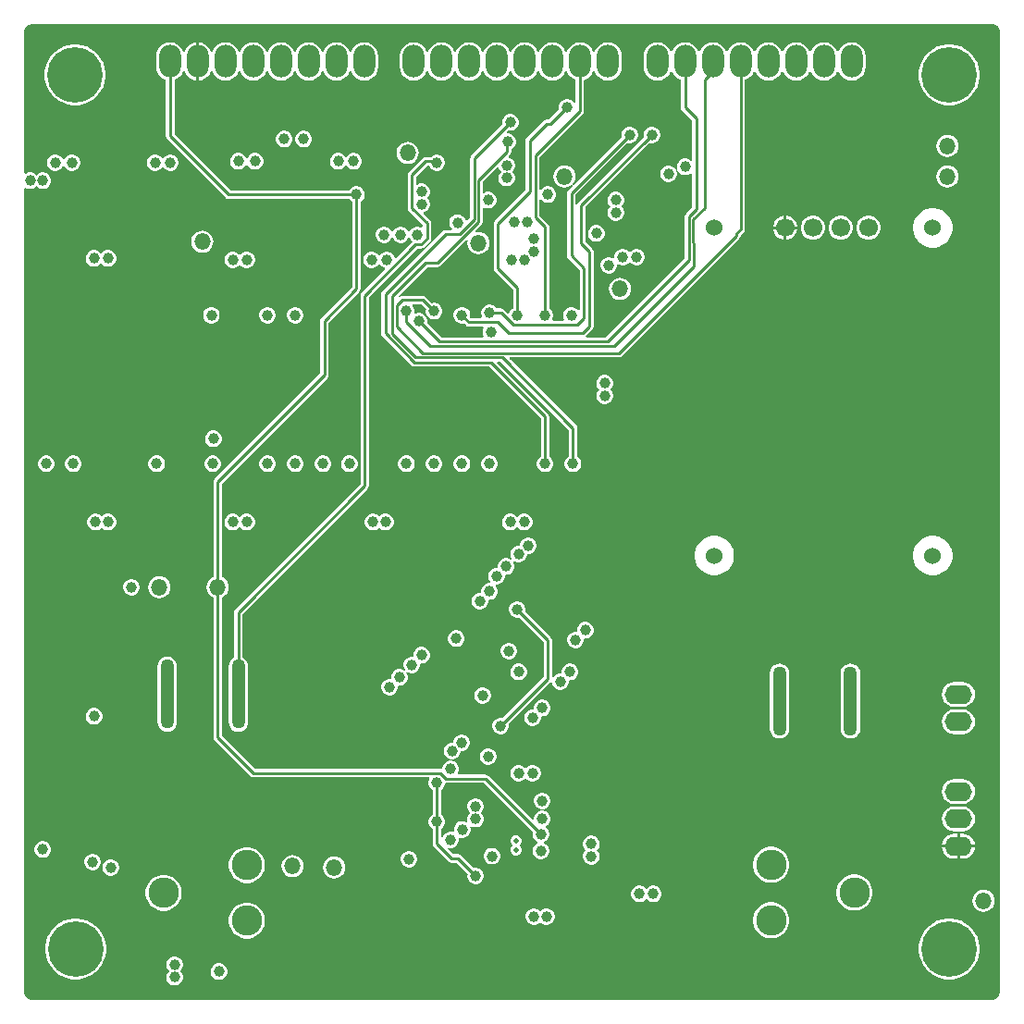
<source format=gbl>
G04*
G04 #@! TF.GenerationSoftware,Altium Limited,Altium Designer,22.9.1 (49)*
G04*
G04 Layer_Physical_Order=4*
G04 Layer_Color=16711680*
%FSLAX25Y25*%
%MOIN*%
G70*
G04*
G04 #@! TF.SameCoordinates,76B2CB67-AC7D-4B7C-BAB6-E888D97DABA5*
G04*
G04*
G04 #@! TF.FilePolarity,Positive*
G04*
G01*
G75*
%ADD10C,0.01000*%
%ADD71C,0.10945*%
%ADD80C,0.06693*%
%ADD81C,0.06000*%
%ADD82O,0.05906X0.05906*%
%ADD83O,0.04921X0.25000*%
%ADD84C,0.20000*%
%ADD85O,0.05906X0.05906*%
%ADD86O,0.09843X0.06890*%
%ADD87O,0.07874X0.11811*%
%ADD88C,0.03937*%
%ADD89C,0.01968*%
G36*
X351366Y352742D02*
X352191Y352191D01*
X352742Y351366D01*
X352923Y350459D01*
X352910Y350394D01*
Y3937D01*
X352923Y3871D01*
X352742Y2964D01*
X352191Y2139D01*
X351366Y1588D01*
X350459Y1408D01*
X350394Y1421D01*
X3937D01*
X3871Y1408D01*
X2964Y1588D01*
X2139Y2139D01*
X1588Y2964D01*
X1408Y3871D01*
X1421Y3937D01*
Y293700D01*
X1921Y293984D01*
X2354Y293734D01*
X3109Y293531D01*
X3891D01*
X4646Y293734D01*
X5323Y294125D01*
X5750Y294552D01*
X6177Y294125D01*
X6854Y293734D01*
X7609Y293531D01*
X8391D01*
X9146Y293734D01*
X9823Y294125D01*
X10375Y294677D01*
X10766Y295354D01*
X10968Y296109D01*
Y296891D01*
X10766Y297646D01*
X10375Y298323D01*
X9823Y298875D01*
X9146Y299266D01*
X8391Y299468D01*
X7609D01*
X6854Y299266D01*
X6177Y298875D01*
X5750Y298448D01*
X5323Y298875D01*
X4646Y299266D01*
X3891Y299468D01*
X3109D01*
X2354Y299266D01*
X1921Y299016D01*
X1421Y299300D01*
Y350394D01*
X1408Y350459D01*
X1588Y351366D01*
X2139Y352191D01*
X2964Y352742D01*
X3871Y352923D01*
X3937Y352910D01*
X350394D01*
X350459Y352923D01*
X351366Y352742D01*
D02*
G37*
%LPC*%
G36*
X299500Y346448D02*
X298211Y346278D01*
X297010Y345781D01*
X295979Y344990D01*
X295188Y343958D01*
X294771Y342952D01*
X294229D01*
X293812Y343958D01*
X293021Y344990D01*
X291990Y345781D01*
X290789Y346278D01*
X289500Y346448D01*
X288211Y346278D01*
X287010Y345781D01*
X285979Y344990D01*
X285188Y343958D01*
X284771Y342952D01*
X284229D01*
X283812Y343958D01*
X283021Y344990D01*
X281990Y345781D01*
X280789Y346278D01*
X279500Y346448D01*
X278211Y346278D01*
X277010Y345781D01*
X275979Y344990D01*
X275187Y343958D01*
X274771Y342952D01*
X274229D01*
X273813Y343958D01*
X273021Y344990D01*
X271990Y345781D01*
X270789Y346278D01*
X269500Y346448D01*
X268211Y346278D01*
X267010Y345781D01*
X265979Y344990D01*
X265188Y343958D01*
X264771Y342952D01*
X264229D01*
X263812Y343958D01*
X263021Y344990D01*
X261990Y345781D01*
X260789Y346278D01*
X259500Y346448D01*
X258211Y346278D01*
X257010Y345781D01*
X255979Y344990D01*
X255188Y343958D01*
X254771Y342952D01*
X254229D01*
X253813Y343958D01*
X253021Y344990D01*
X251990Y345781D01*
X250789Y346278D01*
X249500Y346448D01*
X248211Y346278D01*
X247010Y345781D01*
X245979Y344990D01*
X245187Y343958D01*
X244771Y342952D01*
X244229D01*
X243812Y343958D01*
X243021Y344990D01*
X241990Y345781D01*
X240789Y346278D01*
X239500Y346448D01*
X238211Y346278D01*
X237010Y345781D01*
X235979Y344990D01*
X235188Y343958D01*
X234771Y342952D01*
X234229D01*
X233812Y343958D01*
X233021Y344990D01*
X231990Y345781D01*
X230789Y346278D01*
X229500Y346448D01*
X228211Y346278D01*
X227010Y345781D01*
X225979Y344990D01*
X225187Y343958D01*
X224690Y342757D01*
X224520Y341469D01*
Y337531D01*
X224690Y336243D01*
X225187Y335042D01*
X225979Y334010D01*
X227010Y333219D01*
X228211Y332722D01*
X229500Y332552D01*
X230789Y332722D01*
X231990Y333219D01*
X233021Y334010D01*
X233812Y335042D01*
X234229Y336048D01*
X234771D01*
X235188Y335042D01*
X235979Y334010D01*
X237010Y333219D01*
X237971Y332821D01*
Y323000D01*
X238087Y322415D01*
X238419Y321919D01*
X241971Y318367D01*
Y303935D01*
X241471Y303728D01*
X241323Y303875D01*
X240646Y304266D01*
X239891Y304468D01*
X239109D01*
X238354Y304266D01*
X237677Y303875D01*
X237125Y303323D01*
X236734Y302646D01*
X236531Y301891D01*
Y301109D01*
X236734Y300354D01*
X237125Y299677D01*
X237677Y299125D01*
X238354Y298734D01*
X239109Y298532D01*
X239891D01*
X240646Y298734D01*
X241323Y299125D01*
X241471Y299272D01*
X241971Y299065D01*
Y286883D01*
X239816Y284729D01*
X239485Y284233D01*
X239368Y283648D01*
Y268531D01*
X210898Y240061D01*
X203925D01*
X203724Y240561D01*
X206081Y242919D01*
X206413Y243415D01*
X206529Y244000D01*
Y271000D01*
X206413Y271585D01*
X206081Y272081D01*
X203529Y274634D01*
Y286866D01*
X226782Y310119D01*
X227109Y310032D01*
X227891D01*
X228646Y310234D01*
X229323Y310625D01*
X229875Y311177D01*
X230266Y311854D01*
X230469Y312609D01*
Y313391D01*
X230266Y314146D01*
X229875Y314823D01*
X229323Y315375D01*
X228646Y315766D01*
X227891Y315968D01*
X227109D01*
X226354Y315766D01*
X225677Y315375D01*
X225125Y314823D01*
X224734Y314146D01*
X224532Y313391D01*
Y312609D01*
X224619Y312282D01*
X200919Y288581D01*
X200587Y288085D01*
X200529Y287795D01*
X200029Y287845D01*
Y291367D01*
X218782Y310119D01*
X219109Y310032D01*
X219891D01*
X220646Y310234D01*
X221323Y310625D01*
X221875Y311177D01*
X222266Y311854D01*
X222468Y312609D01*
Y313391D01*
X222266Y314146D01*
X221875Y314823D01*
X221323Y315375D01*
X220646Y315766D01*
X219891Y315968D01*
X219109D01*
X218354Y315766D01*
X217677Y315375D01*
X217125Y314823D01*
X216734Y314146D01*
X216531Y313391D01*
Y312609D01*
X216619Y312282D01*
X199223Y294886D01*
X198846Y295216D01*
X199081Y295522D01*
X199453Y296007D01*
X199851Y296968D01*
X199987Y298000D01*
X199851Y299032D01*
X199453Y299993D01*
X198819Y300819D01*
X197993Y301453D01*
X197032Y301851D01*
X196000Y301987D01*
X194968Y301851D01*
X194007Y301453D01*
X193181Y300819D01*
X192547Y299993D01*
X192149Y299032D01*
X192013Y298000D01*
X192149Y296968D01*
X192547Y296007D01*
X193181Y295181D01*
X194007Y294547D01*
X194968Y294149D01*
X196000Y294013D01*
X197032Y294149D01*
X197993Y294547D01*
X198478Y294919D01*
X198784Y295154D01*
X199114Y294777D01*
X197419Y293081D01*
X197087Y292585D01*
X196971Y292000D01*
Y269500D01*
X197087Y268915D01*
X197419Y268419D01*
X201471Y264367D01*
Y249792D01*
X200971Y249658D01*
X200875Y249823D01*
X200323Y250375D01*
X199646Y250766D01*
X198891Y250969D01*
X198109D01*
X197354Y250766D01*
X196677Y250375D01*
X196125Y249823D01*
X195734Y249146D01*
X195531Y248391D01*
Y247609D01*
X195734Y246854D01*
X195903Y246561D01*
X195615Y246061D01*
X191885D01*
X191597Y246561D01*
X191766Y246854D01*
X191969Y247609D01*
Y248391D01*
X191766Y249146D01*
X191375Y249823D01*
X190823Y250375D01*
X190529Y250545D01*
Y279905D01*
X190413Y280490D01*
X190081Y280987D01*
X187029Y284039D01*
Y289708D01*
X187529Y289842D01*
X187625Y289677D01*
X188177Y289125D01*
X188854Y288734D01*
X189609Y288531D01*
X190391D01*
X191146Y288734D01*
X191823Y289125D01*
X192375Y289677D01*
X192766Y290354D01*
X192968Y291109D01*
Y291891D01*
X192766Y292646D01*
X192375Y293323D01*
X191823Y293875D01*
X191146Y294266D01*
X190391Y294468D01*
X189609D01*
X188854Y294266D01*
X188177Y293875D01*
X187625Y293323D01*
X187529Y293158D01*
X187029Y293292D01*
Y304867D01*
X202581Y320419D01*
X202913Y320915D01*
X203029Y321500D01*
Y332734D01*
X204201Y333219D01*
X205233Y334010D01*
X206024Y335042D01*
X206441Y336048D01*
X206982D01*
X207399Y335042D01*
X208190Y334010D01*
X209222Y333219D01*
X210423Y332722D01*
X211712Y332552D01*
X213000Y332722D01*
X214201Y333219D01*
X215233Y334010D01*
X216024Y335042D01*
X216522Y336243D01*
X216691Y337531D01*
Y341469D01*
X216522Y342757D01*
X216024Y343958D01*
X215233Y344990D01*
X214201Y345781D01*
X213000Y346278D01*
X211712Y346448D01*
X210423Y346278D01*
X209222Y345781D01*
X208190Y344990D01*
X207399Y343958D01*
X206982Y342952D01*
X206441D01*
X206024Y343958D01*
X205233Y344990D01*
X204201Y345781D01*
X203000Y346278D01*
X201712Y346448D01*
X200423Y346278D01*
X199222Y345781D01*
X198190Y344990D01*
X197399Y343958D01*
X196982Y342952D01*
X196441D01*
X196024Y343958D01*
X195233Y344990D01*
X194201Y345781D01*
X193000Y346278D01*
X191712Y346448D01*
X190423Y346278D01*
X189222Y345781D01*
X188190Y344990D01*
X187399Y343958D01*
X186982Y342952D01*
X186441D01*
X186024Y343958D01*
X185233Y344990D01*
X184201Y345781D01*
X183000Y346278D01*
X181712Y346448D01*
X180423Y346278D01*
X179222Y345781D01*
X178191Y344990D01*
X177399Y343958D01*
X176982Y342952D01*
X176441D01*
X176024Y343958D01*
X175233Y344990D01*
X174201Y345781D01*
X173001Y346278D01*
X171712Y346448D01*
X170423Y346278D01*
X169222Y345781D01*
X168191Y344990D01*
X167399Y343958D01*
X166982Y342952D01*
X166441D01*
X166024Y343958D01*
X165233Y344990D01*
X164201Y345781D01*
X163000Y346278D01*
X161712Y346448D01*
X160423Y346278D01*
X159222Y345781D01*
X158191Y344990D01*
X157399Y343958D01*
X156982Y342952D01*
X156441D01*
X156024Y343958D01*
X155233Y344990D01*
X154201Y345781D01*
X153000Y346278D01*
X151712Y346448D01*
X150423Y346278D01*
X149222Y345781D01*
X148190Y344990D01*
X147399Y343958D01*
X146982Y342952D01*
X146441D01*
X146024Y343958D01*
X145233Y344990D01*
X144201Y345781D01*
X143000Y346278D01*
X141712Y346448D01*
X140423Y346278D01*
X139222Y345781D01*
X138190Y344990D01*
X137399Y343958D01*
X136902Y342757D01*
X136732Y341469D01*
Y337531D01*
X136902Y336243D01*
X137399Y335042D01*
X138190Y334010D01*
X139222Y333219D01*
X140423Y332722D01*
X141712Y332552D01*
X143000Y332722D01*
X144201Y333219D01*
X145233Y334010D01*
X146024Y335042D01*
X146441Y336048D01*
X146982D01*
X147399Y335042D01*
X148190Y334010D01*
X149222Y333219D01*
X150423Y332722D01*
X151712Y332552D01*
X153000Y332722D01*
X154201Y333219D01*
X155233Y334010D01*
X156024Y335042D01*
X156441Y336048D01*
X156982D01*
X157399Y335042D01*
X158191Y334010D01*
X159222Y333219D01*
X160423Y332722D01*
X161712Y332552D01*
X163000Y332722D01*
X164201Y333219D01*
X165233Y334010D01*
X166024Y335042D01*
X166441Y336048D01*
X166982D01*
X167399Y335042D01*
X168191Y334010D01*
X169222Y333219D01*
X170423Y332722D01*
X171712Y332552D01*
X173001Y332722D01*
X174201Y333219D01*
X175233Y334010D01*
X176024Y335042D01*
X176441Y336048D01*
X176982D01*
X177399Y335042D01*
X178191Y334010D01*
X179222Y333219D01*
X180423Y332722D01*
X181712Y332552D01*
X183000Y332722D01*
X184201Y333219D01*
X185233Y334010D01*
X186024Y335042D01*
X186441Y336048D01*
X186982D01*
X187399Y335042D01*
X188190Y334010D01*
X189222Y333219D01*
X190423Y332722D01*
X191712Y332552D01*
X193000Y332722D01*
X194201Y333219D01*
X195233Y334010D01*
X196024Y335042D01*
X196441Y336048D01*
X196982D01*
X197399Y335042D01*
X198190Y334010D01*
X199222Y333219D01*
X199971Y332909D01*
Y324792D01*
X199471Y324658D01*
X199375Y324823D01*
X198823Y325375D01*
X198146Y325766D01*
X197391Y325969D01*
X196609D01*
X195854Y325766D01*
X195177Y325375D01*
X194625Y324823D01*
X194234Y324146D01*
X194032Y323391D01*
Y322609D01*
X194119Y322282D01*
X190336Y318498D01*
X189469D01*
X188884Y318382D01*
X188388Y318051D01*
X182419Y312081D01*
X182087Y311585D01*
X181971Y311000D01*
Y293133D01*
X170919Y282081D01*
X170587Y281585D01*
X170471Y281000D01*
Y265000D01*
X170587Y264415D01*
X170919Y263919D01*
X177471Y257366D01*
Y250545D01*
X177177Y250375D01*
X176625Y249823D01*
X176234Y249146D01*
X176146Y248819D01*
X175588Y248669D01*
X174239Y250019D01*
X173743Y250350D01*
X173158Y250466D01*
X171545D01*
X171375Y250760D01*
X170823Y251312D01*
X170146Y251703D01*
X169391Y251905D01*
X168609D01*
X167854Y251703D01*
X167177Y251312D01*
X166625Y250760D01*
X166234Y250083D01*
X166032Y249328D01*
Y248546D01*
X166234Y247791D01*
X166403Y247498D01*
X166114Y246998D01*
X162329D01*
X161994Y247393D01*
X162052Y247609D01*
Y248391D01*
X161850Y249146D01*
X161459Y249823D01*
X160906Y250375D01*
X160229Y250766D01*
X159474Y250969D01*
X158693D01*
X157938Y250766D01*
X157261Y250375D01*
X156708Y249823D01*
X156317Y249146D01*
X156115Y248391D01*
Y247609D01*
X156317Y246854D01*
X156708Y246177D01*
X157261Y245625D01*
X157938Y245234D01*
X158693Y245031D01*
X159474D01*
X159802Y245119D01*
X160534Y244387D01*
X161030Y244056D01*
X161615Y243939D01*
X166614D01*
X166903Y243439D01*
X166734Y243146D01*
X166532Y242391D01*
Y241609D01*
X166734Y240854D01*
X166903Y240561D01*
X166614Y240061D01*
X151602D01*
X146497Y245166D01*
X146584Y245493D01*
Y246275D01*
X146382Y247030D01*
X145991Y247707D01*
X145439Y248260D01*
X144762Y248650D01*
X144007Y248853D01*
X143225D01*
X142470Y248650D01*
X142344Y248577D01*
X141914Y248907D01*
X141969Y249109D01*
Y249891D01*
X141766Y250646D01*
X141375Y251323D01*
X141227Y251471D01*
X141435Y251971D01*
X144367D01*
X146119Y250218D01*
X146031Y249891D01*
Y249109D01*
X146234Y248354D01*
X146625Y247677D01*
X147177Y247125D01*
X147854Y246734D01*
X148609Y246532D01*
X149391D01*
X150146Y246734D01*
X150823Y247125D01*
X151375Y247677D01*
X151766Y248354D01*
X151969Y249109D01*
Y249891D01*
X151766Y250646D01*
X151375Y251323D01*
X150823Y251875D01*
X150146Y252266D01*
X149391Y252468D01*
X148609D01*
X148282Y252381D01*
X146081Y254581D01*
X145585Y254913D01*
X145000Y255029D01*
X137500D01*
X136915Y254913D01*
X136518Y254648D01*
X136199Y255036D01*
X146497Y265334D01*
X150204D01*
X150789Y265451D01*
X151285Y265782D01*
X160687Y275184D01*
X160855Y275129D01*
X161135Y274925D01*
X161013Y274000D01*
X161149Y272968D01*
X161547Y272007D01*
X162181Y271181D01*
X163007Y270547D01*
X163968Y270149D01*
X165000Y270013D01*
X166032Y270149D01*
X166993Y270547D01*
X167819Y271181D01*
X168453Y272007D01*
X168851Y272968D01*
X168987Y274000D01*
X168851Y275032D01*
X168453Y275993D01*
X167819Y276819D01*
X166993Y277453D01*
X166032Y277851D01*
X165000Y277987D01*
X164075Y277865D01*
X163871Y278145D01*
X163816Y278313D01*
X166113Y280610D01*
X166445Y281106D01*
X166561Y281691D01*
Y286614D01*
X167061Y286903D01*
X167354Y286734D01*
X168109Y286531D01*
X168891D01*
X169646Y286734D01*
X170323Y287125D01*
X170875Y287677D01*
X171266Y288354D01*
X171468Y289109D01*
Y289891D01*
X171266Y290646D01*
X170875Y291323D01*
X170323Y291875D01*
X169646Y292266D01*
X168891Y292469D01*
X168109D01*
X167354Y292266D01*
X167061Y292097D01*
X166561Y292386D01*
Y296123D01*
X171769Y301331D01*
X172326Y301181D01*
X172414Y300854D01*
X172805Y300177D01*
X173232Y299750D01*
X172805Y299323D01*
X172414Y298646D01*
X172212Y297891D01*
Y297109D01*
X172414Y296354D01*
X172805Y295677D01*
X173357Y295125D01*
X174034Y294734D01*
X174789Y294531D01*
X175571D01*
X176326Y294734D01*
X177003Y295125D01*
X177556Y295677D01*
X177946Y296354D01*
X178149Y297109D01*
Y297891D01*
X177946Y298646D01*
X177556Y299323D01*
X177128Y299750D01*
X177556Y300177D01*
X177946Y300854D01*
X178149Y301609D01*
Y302391D01*
X177946Y303146D01*
X177556Y303823D01*
X177003Y304375D01*
X176326Y304766D01*
X175999Y304854D01*
X175849Y305412D01*
X176388Y305950D01*
X176719Y306446D01*
X176836Y307031D01*
Y307843D01*
X177323Y308125D01*
X177875Y308677D01*
X178266Y309354D01*
X178469Y310109D01*
Y310891D01*
X178266Y311646D01*
X177875Y312323D01*
X177323Y312875D01*
X176646Y313266D01*
X175891Y313469D01*
X175338D01*
X175131Y313968D01*
X175782Y314619D01*
X176109Y314531D01*
X176891D01*
X177646Y314734D01*
X178323Y315125D01*
X178875Y315677D01*
X179266Y316354D01*
X179469Y317109D01*
Y317891D01*
X179266Y318646D01*
X178875Y319323D01*
X178323Y319875D01*
X177646Y320266D01*
X176891Y320468D01*
X176109D01*
X175354Y320266D01*
X174677Y319875D01*
X174125Y319323D01*
X173734Y318646D01*
X173531Y317891D01*
Y317109D01*
X173619Y316782D01*
X162450Y305613D01*
X162118Y305117D01*
X162002Y304532D01*
Y283165D01*
X160886Y282049D01*
X160328Y282198D01*
X160241Y282526D01*
X159850Y283203D01*
X159297Y283755D01*
X158620Y284146D01*
X157865Y284348D01*
X157084D01*
X156329Y284146D01*
X155652Y283755D01*
X155099Y283203D01*
X154708Y282526D01*
X154506Y281771D01*
Y280989D01*
X154708Y280234D01*
X155099Y279557D01*
X155460Y279196D01*
X155253Y278696D01*
X153167D01*
X152582Y278580D01*
X152085Y278248D01*
X130419Y256581D01*
X130087Y256085D01*
X129971Y255500D01*
Y241500D01*
X130087Y240915D01*
X130419Y240419D01*
X140919Y229919D01*
X141415Y229587D01*
X142000Y229471D01*
X168867D01*
X187471Y210866D01*
Y197045D01*
X187177Y196875D01*
X186625Y196323D01*
X186234Y195646D01*
X186031Y194891D01*
Y194109D01*
X186234Y193354D01*
X186625Y192677D01*
X187177Y192125D01*
X187854Y191734D01*
X188609Y191532D01*
X189391D01*
X190146Y191734D01*
X190823Y192125D01*
X191375Y192677D01*
X191766Y193354D01*
X191969Y194109D01*
Y194891D01*
X191766Y195646D01*
X191375Y196323D01*
X190823Y196875D01*
X190529Y197045D01*
Y211500D01*
X190413Y212085D01*
X190081Y212581D01*
X171740Y230923D01*
X171931Y231385D01*
X172952D01*
X197554Y206783D01*
Y197045D01*
X197261Y196875D01*
X196708Y196323D01*
X196317Y195646D01*
X196115Y194891D01*
Y194109D01*
X196317Y193354D01*
X196708Y192677D01*
X197261Y192125D01*
X197938Y191734D01*
X198693Y191532D01*
X199474D01*
X200229Y191734D01*
X200906Y192125D01*
X201459Y192677D01*
X201850Y193354D01*
X202052Y194109D01*
Y194891D01*
X201850Y195646D01*
X201459Y196323D01*
X200906Y196875D01*
X200613Y197045D01*
Y207416D01*
X200497Y208002D01*
X200165Y208498D01*
X176240Y232423D01*
X176431Y232885D01*
X215638D01*
X216223Y233001D01*
X216719Y233333D01*
X259081Y275695D01*
X259413Y276191D01*
X259529Y276776D01*
Y276867D01*
X260581Y277919D01*
X260913Y278415D01*
X261029Y279000D01*
Y332821D01*
X261990Y333219D01*
X263021Y334010D01*
X263812Y335042D01*
X264229Y336048D01*
X264771D01*
X265188Y335042D01*
X265979Y334010D01*
X267010Y333219D01*
X268211Y332722D01*
X269500Y332552D01*
X270789Y332722D01*
X271990Y333219D01*
X273021Y334010D01*
X273813Y335042D01*
X274229Y336048D01*
X274771D01*
X275187Y335042D01*
X275979Y334010D01*
X277010Y333219D01*
X278211Y332722D01*
X279500Y332552D01*
X280789Y332722D01*
X281990Y333219D01*
X283021Y334010D01*
X283812Y335042D01*
X284229Y336048D01*
X284771D01*
X285188Y335042D01*
X285979Y334010D01*
X287010Y333219D01*
X288211Y332722D01*
X289500Y332552D01*
X290789Y332722D01*
X291990Y333219D01*
X293021Y334010D01*
X293812Y335042D01*
X294229Y336048D01*
X294771D01*
X295188Y335042D01*
X295979Y334010D01*
X297010Y333219D01*
X298211Y332722D01*
X299500Y332552D01*
X300789Y332722D01*
X301990Y333219D01*
X303021Y334010D01*
X303813Y335042D01*
X304310Y336243D01*
X304480Y337531D01*
Y341469D01*
X304310Y342757D01*
X303813Y343958D01*
X303021Y344990D01*
X301990Y345781D01*
X300789Y346278D01*
X299500Y346448D01*
D02*
G37*
G36*
X123923D02*
X122634Y346278D01*
X121433Y345781D01*
X120402Y344990D01*
X119611Y343958D01*
X119194Y342952D01*
X118653D01*
X118236Y343958D01*
X117444Y344990D01*
X116413Y345781D01*
X115212Y346278D01*
X113923Y346448D01*
X112634Y346278D01*
X111433Y345781D01*
X110402Y344990D01*
X109611Y343958D01*
X109194Y342952D01*
X108653D01*
X108236Y343958D01*
X107444Y344990D01*
X106413Y345781D01*
X105212Y346278D01*
X103923Y346448D01*
X102634Y346278D01*
X101433Y345781D01*
X100402Y344990D01*
X99611Y343958D01*
X99194Y342952D01*
X98653D01*
X98236Y343958D01*
X97444Y344990D01*
X96413Y345781D01*
X95212Y346278D01*
X93923Y346448D01*
X92634Y346278D01*
X91433Y345781D01*
X90402Y344990D01*
X89611Y343958D01*
X89194Y342952D01*
X88653D01*
X88236Y343958D01*
X87444Y344990D01*
X86413Y345781D01*
X85212Y346278D01*
X83923Y346448D01*
X82634Y346278D01*
X81433Y345781D01*
X80402Y344990D01*
X79611Y343958D01*
X79194Y342952D01*
X78653D01*
X78236Y343958D01*
X77444Y344990D01*
X76413Y345781D01*
X75212Y346278D01*
X73923Y346448D01*
X72634Y346278D01*
X71433Y345781D01*
X70402Y344990D01*
X69611Y343958D01*
X69194Y342952D01*
X68653D01*
X68236Y343958D01*
X67444Y344990D01*
X66413Y345781D01*
X65212Y346278D01*
X64423Y346382D01*
Y339500D01*
Y332618D01*
X65212Y332722D01*
X66413Y333219D01*
X67444Y334010D01*
X68236Y335042D01*
X68653Y336048D01*
X69194D01*
X69611Y335042D01*
X70402Y334010D01*
X71433Y333219D01*
X72634Y332722D01*
X73923Y332552D01*
X75212Y332722D01*
X76413Y333219D01*
X77444Y334010D01*
X78236Y335042D01*
X78653Y336048D01*
X79194D01*
X79611Y335042D01*
X80402Y334010D01*
X81433Y333219D01*
X82634Y332722D01*
X83923Y332552D01*
X85212Y332722D01*
X86413Y333219D01*
X87444Y334010D01*
X88236Y335042D01*
X88653Y336048D01*
X89194D01*
X89611Y335042D01*
X90402Y334010D01*
X91433Y333219D01*
X92634Y332722D01*
X93923Y332552D01*
X95212Y332722D01*
X96413Y333219D01*
X97444Y334010D01*
X98236Y335042D01*
X98653Y336048D01*
X99194D01*
X99611Y335042D01*
X100402Y334010D01*
X101433Y333219D01*
X102634Y332722D01*
X103923Y332552D01*
X105212Y332722D01*
X106413Y333219D01*
X107444Y334010D01*
X108236Y335042D01*
X108653Y336048D01*
X109194D01*
X109611Y335042D01*
X110402Y334010D01*
X111433Y333219D01*
X112634Y332722D01*
X113923Y332552D01*
X115212Y332722D01*
X116413Y333219D01*
X117444Y334010D01*
X118236Y335042D01*
X118653Y336048D01*
X119194D01*
X119611Y335042D01*
X120402Y334010D01*
X121433Y333219D01*
X122634Y332722D01*
X123923Y332552D01*
X125212Y332722D01*
X126413Y333219D01*
X127444Y334010D01*
X128236Y335042D01*
X128733Y336243D01*
X128903Y337531D01*
Y341469D01*
X128733Y342757D01*
X128236Y343958D01*
X127444Y344990D01*
X126413Y345781D01*
X125212Y346278D01*
X123923Y346448D01*
D02*
G37*
G36*
X53923D02*
X52634Y346278D01*
X51433Y345781D01*
X50402Y344990D01*
X49611Y343958D01*
X49113Y342757D01*
X48944Y341469D01*
Y337531D01*
X49113Y336243D01*
X49611Y335042D01*
X50402Y334010D01*
X51433Y333219D01*
X52394Y332821D01*
Y312577D01*
X52510Y311992D01*
X52842Y311495D01*
X73889Y290448D01*
X74385Y290117D01*
X74971Y290000D01*
X118485D01*
X118654Y289707D01*
X119207Y289154D01*
X119500Y288985D01*
Y258163D01*
X108419Y247081D01*
X108087Y246585D01*
X107971Y246000D01*
Y227133D01*
X69919Y189081D01*
X69587Y188585D01*
X69471Y188000D01*
Y153645D01*
X69007Y153453D01*
X68181Y152819D01*
X67547Y151993D01*
X67149Y151032D01*
X67013Y150000D01*
X67149Y148968D01*
X67547Y148007D01*
X68181Y147181D01*
X69007Y146547D01*
X69471Y146355D01*
Y96000D01*
X69587Y95415D01*
X69919Y94919D01*
X82919Y81919D01*
X83415Y81587D01*
X84000Y81471D01*
X147133D01*
X147421Y80971D01*
X147234Y80646D01*
X147031Y79891D01*
Y79109D01*
X147234Y78354D01*
X147625Y77677D01*
X148177Y77125D01*
X148471Y76955D01*
Y68045D01*
X148177Y67875D01*
X147625Y67323D01*
X147234Y66646D01*
X147031Y65891D01*
Y65109D01*
X147234Y64354D01*
X147625Y63677D01*
X148177Y63125D01*
X148471Y62955D01*
Y57500D01*
X148587Y56915D01*
X148919Y56419D01*
X154138Y51200D01*
X154634Y50868D01*
X155219Y50752D01*
X157086D01*
X161119Y46718D01*
X161031Y46391D01*
Y45609D01*
X161234Y44854D01*
X161625Y44177D01*
X162177Y43625D01*
X162854Y43234D01*
X163609Y43031D01*
X164391D01*
X165146Y43234D01*
X165823Y43625D01*
X166375Y44177D01*
X166766Y44854D01*
X166969Y45609D01*
Y46391D01*
X166766Y47146D01*
X166375Y47823D01*
X165823Y48375D01*
X165146Y48766D01*
X164391Y48968D01*
X163609D01*
X163282Y48881D01*
X158800Y53362D01*
X158304Y53694D01*
X157719Y53810D01*
X155852D01*
X153981Y55682D01*
X154239Y56131D01*
X154609Y56032D01*
X155391D01*
X156146Y56234D01*
X156823Y56625D01*
X157375Y57177D01*
X157766Y57854D01*
X157968Y58609D01*
Y59391D01*
X157930Y59535D01*
X158344Y59919D01*
X158859Y59781D01*
X159641D01*
X160396Y59984D01*
X161073Y60375D01*
X161625Y60927D01*
X162016Y61604D01*
X162218Y62359D01*
Y63141D01*
X162097Y63594D01*
X162527Y63923D01*
X162854Y63734D01*
X163609Y63532D01*
X164391D01*
X165146Y63734D01*
X165823Y64125D01*
X166375Y64677D01*
X166766Y65354D01*
X166969Y66109D01*
Y66891D01*
X166766Y67646D01*
X166375Y68323D01*
X165948Y68750D01*
X166375Y69177D01*
X166766Y69854D01*
X166969Y70609D01*
Y71391D01*
X166766Y72146D01*
X166375Y72823D01*
X165823Y73375D01*
X165146Y73766D01*
X164391Y73968D01*
X163609D01*
X162854Y73766D01*
X162177Y73375D01*
X161625Y72823D01*
X161234Y72146D01*
X161031Y71391D01*
Y70609D01*
X161234Y69854D01*
X161625Y69177D01*
X162052Y68750D01*
X161625Y68323D01*
X161234Y67646D01*
X161031Y66891D01*
Y66109D01*
X161153Y65657D01*
X160723Y65327D01*
X160396Y65516D01*
X159641Y65719D01*
X158859D01*
X158104Y65516D01*
X157427Y65125D01*
X156875Y64573D01*
X156484Y63896D01*
X156281Y63141D01*
Y62359D01*
X156320Y62215D01*
X155905Y61831D01*
X155391Y61968D01*
X154609D01*
X153854Y61766D01*
X153177Y61375D01*
X152625Y60823D01*
X152234Y60146D01*
X152032Y59391D01*
Y58757D01*
X151711Y58505D01*
X151555Y58455D01*
X151529Y58470D01*
Y62955D01*
X151823Y63125D01*
X152375Y63677D01*
X152766Y64354D01*
X152969Y65109D01*
Y65891D01*
X152766Y66646D01*
X152375Y67323D01*
X151823Y67875D01*
X151529Y68045D01*
Y76955D01*
X151823Y77125D01*
X152375Y77677D01*
X152766Y78354D01*
X152969Y79109D01*
Y79189D01*
X153355Y79506D01*
X153374Y79502D01*
X166835D01*
X184619Y61718D01*
X184531Y61391D01*
Y60609D01*
X184734Y59854D01*
X185125Y59177D01*
X185677Y58625D01*
X186295Y58268D01*
X186329Y58000D01*
X186295Y57732D01*
X185677Y57375D01*
X185125Y56823D01*
X184734Y56146D01*
X184531Y55391D01*
Y54609D01*
X184734Y53854D01*
X185125Y53177D01*
X185677Y52625D01*
X186354Y52234D01*
X187109Y52031D01*
X187891D01*
X188646Y52234D01*
X189323Y52625D01*
X189875Y53177D01*
X190266Y53854D01*
X190469Y54609D01*
Y55391D01*
X190266Y56146D01*
X189875Y56823D01*
X189323Y57375D01*
X188705Y57732D01*
X188671Y58000D01*
X188705Y58268D01*
X189323Y58625D01*
X189875Y59177D01*
X190266Y59854D01*
X190469Y60609D01*
Y61391D01*
X190266Y62146D01*
X189875Y62823D01*
X189397Y63301D01*
X189376Y63647D01*
X189424Y63894D01*
X189823Y64125D01*
X190375Y64677D01*
X190766Y65354D01*
X190969Y66109D01*
Y66891D01*
X190766Y67646D01*
X190375Y68323D01*
X189823Y68875D01*
X189146Y69266D01*
X188391Y69468D01*
X187609D01*
X186854Y69266D01*
X186177Y68875D01*
X185625Y68323D01*
X185234Y67646D01*
X185031Y66891D01*
Y66338D01*
X184531Y66131D01*
X168550Y82113D01*
X168054Y82445D01*
X167469Y82561D01*
X157886D01*
X157597Y83061D01*
X157766Y83354D01*
X157968Y84109D01*
Y84891D01*
X157766Y85646D01*
X157375Y86323D01*
X156823Y86875D01*
X156146Y87266D01*
X155391Y87468D01*
X154609D01*
X153854Y87266D01*
X153177Y86875D01*
X152625Y86323D01*
X152234Y85646D01*
X152032Y84891D01*
X151532Y84504D01*
X151405Y84529D01*
X84633D01*
X72529Y96633D01*
Y146355D01*
X72993Y146547D01*
X73819Y147181D01*
X74453Y148007D01*
X74851Y148968D01*
X74987Y150000D01*
X74851Y151032D01*
X74453Y151993D01*
X73819Y152819D01*
X72993Y153453D01*
X72529Y153645D01*
Y187366D01*
X110581Y225419D01*
X110913Y225915D01*
X111029Y226500D01*
Y245367D01*
X122111Y256448D01*
X122442Y256944D01*
X122559Y257529D01*
Y288985D01*
X122852Y289154D01*
X123405Y289707D01*
X123796Y290384D01*
X123998Y291139D01*
Y291920D01*
X123796Y292675D01*
X123405Y293352D01*
X122852Y293905D01*
X122175Y294296D01*
X121420Y294498D01*
X120639D01*
X119884Y294296D01*
X119207Y293905D01*
X118654Y293352D01*
X118485Y293059D01*
X75604D01*
X55453Y313210D01*
Y332821D01*
X56413Y333219D01*
X57444Y334010D01*
X58236Y335042D01*
X58653Y336048D01*
X59194D01*
X59611Y335042D01*
X60402Y334010D01*
X61433Y333219D01*
X62634Y332722D01*
X63423Y332618D01*
Y339500D01*
Y346382D01*
X62634Y346278D01*
X61433Y345781D01*
X60402Y344990D01*
X59611Y343958D01*
X59194Y342952D01*
X58653D01*
X58236Y343958D01*
X57444Y344990D01*
X56413Y345781D01*
X55212Y346278D01*
X53923Y346448D01*
D02*
G37*
G36*
X335511Y345646D02*
X333780D01*
X332070Y345375D01*
X330423Y344840D01*
X328880Y344054D01*
X327480Y343036D01*
X326255Y341812D01*
X325238Y340411D01*
X324452Y338868D01*
X323917Y337222D01*
X323646Y335511D01*
Y333780D01*
X323917Y332070D01*
X324452Y330423D01*
X325238Y328880D01*
X326255Y327480D01*
X327480Y326255D01*
X328880Y325238D01*
X330423Y324452D01*
X332070Y323917D01*
X333780Y323646D01*
X335511D01*
X337222Y323917D01*
X338868Y324452D01*
X340411Y325238D01*
X341812Y326255D01*
X343036Y327480D01*
X344054Y328880D01*
X344840Y330423D01*
X345375Y332070D01*
X345646Y333780D01*
Y335511D01*
X345375Y337222D01*
X344840Y338868D01*
X344054Y340411D01*
X343036Y341812D01*
X341812Y343036D01*
X340411Y344054D01*
X338868Y344840D01*
X337222Y345375D01*
X335511Y345646D01*
D02*
G37*
G36*
X20551D02*
X18819D01*
X17109Y345375D01*
X15462Y344840D01*
X13920Y344054D01*
X12519Y343036D01*
X11295Y341812D01*
X10277Y340411D01*
X9491Y338868D01*
X8956Y337222D01*
X8685Y335511D01*
Y333780D01*
X8956Y332070D01*
X9491Y330423D01*
X10277Y328880D01*
X11295Y327480D01*
X12519Y326255D01*
X13920Y325238D01*
X15462Y324452D01*
X17109Y323917D01*
X18819Y323646D01*
X20551D01*
X22261Y323917D01*
X23908Y324452D01*
X25450Y325238D01*
X26851Y326255D01*
X28075Y327480D01*
X29093Y328880D01*
X29879Y330423D01*
X30414Y332070D01*
X30685Y333780D01*
Y335511D01*
X30414Y337222D01*
X29879Y338868D01*
X29093Y340411D01*
X28075Y341812D01*
X26851Y343036D01*
X25450Y344054D01*
X23908Y344840D01*
X22261Y345375D01*
X20551Y345646D01*
D02*
G37*
G36*
X102391Y314469D02*
X101609D01*
X100854Y314266D01*
X100177Y313875D01*
X99625Y313323D01*
X99234Y312646D01*
X99032Y311891D01*
Y311109D01*
X99234Y310354D01*
X99625Y309677D01*
X100177Y309125D01*
X100854Y308734D01*
X101609Y308531D01*
X102391D01*
X103146Y308734D01*
X103823Y309125D01*
X104375Y309677D01*
X104766Y310354D01*
X104969Y311109D01*
Y311891D01*
X104766Y312646D01*
X104375Y313323D01*
X103823Y313875D01*
X103146Y314266D01*
X102391Y314469D01*
D02*
G37*
G36*
X95391D02*
X94609D01*
X93854Y314266D01*
X93177Y313875D01*
X92625Y313323D01*
X92234Y312646D01*
X92032Y311891D01*
Y311109D01*
X92234Y310354D01*
X92625Y309677D01*
X93177Y309125D01*
X93854Y308734D01*
X94609Y308531D01*
X95391D01*
X96146Y308734D01*
X96823Y309125D01*
X97375Y309677D01*
X97766Y310354D01*
X97969Y311109D01*
Y311891D01*
X97766Y312646D01*
X97375Y313323D01*
X96823Y313875D01*
X96146Y314266D01*
X95391Y314469D01*
D02*
G37*
G36*
X120391Y306469D02*
X119609D01*
X118854Y306266D01*
X118177Y305875D01*
X117625Y305323D01*
X117500Y305107D01*
X117000D01*
X116875Y305323D01*
X116323Y305875D01*
X115646Y306266D01*
X114891Y306469D01*
X114109D01*
X113354Y306266D01*
X112677Y305875D01*
X112125Y305323D01*
X111734Y304646D01*
X111531Y303891D01*
Y303109D01*
X111734Y302354D01*
X112125Y301677D01*
X112677Y301125D01*
X113354Y300734D01*
X114109Y300532D01*
X114891D01*
X115646Y300734D01*
X116323Y301125D01*
X116875Y301677D01*
X117000Y301893D01*
X117500D01*
X117625Y301677D01*
X118177Y301125D01*
X118854Y300734D01*
X119609Y300532D01*
X120391D01*
X121146Y300734D01*
X121823Y301125D01*
X122375Y301677D01*
X122766Y302354D01*
X122968Y303109D01*
Y303891D01*
X122766Y304646D01*
X122375Y305323D01*
X121823Y305875D01*
X121146Y306266D01*
X120391Y306469D01*
D02*
G37*
G36*
X334000Y312987D02*
X332968Y312851D01*
X332007Y312453D01*
X331181Y311819D01*
X330547Y310993D01*
X330149Y310032D01*
X330013Y309000D01*
X330149Y307968D01*
X330547Y307007D01*
X331181Y306181D01*
X332007Y305547D01*
X332968Y305149D01*
X334000Y305013D01*
X335032Y305149D01*
X335993Y305547D01*
X336819Y306181D01*
X337453Y307007D01*
X337851Y307968D01*
X337987Y309000D01*
X337851Y310032D01*
X337453Y310993D01*
X336819Y311819D01*
X335993Y312453D01*
X335032Y312851D01*
X334000Y312987D01*
D02*
G37*
G36*
X84891Y306469D02*
X84109D01*
X83354Y306266D01*
X82677Y305875D01*
X82125Y305323D01*
X81768Y304705D01*
X81500Y304671D01*
X81232Y304705D01*
X80875Y305323D01*
X80323Y305875D01*
X79646Y306266D01*
X78891Y306469D01*
X78109D01*
X77354Y306266D01*
X76677Y305875D01*
X76125Y305323D01*
X75734Y304646D01*
X75532Y303891D01*
Y303109D01*
X75734Y302354D01*
X76125Y301677D01*
X76677Y301125D01*
X77354Y300734D01*
X78109Y300532D01*
X78891D01*
X79646Y300734D01*
X80323Y301125D01*
X80875Y301677D01*
X81232Y302295D01*
X81500Y302329D01*
X81768Y302295D01*
X82125Y301677D01*
X82677Y301125D01*
X83354Y300734D01*
X84109Y300532D01*
X84891D01*
X85646Y300734D01*
X86323Y301125D01*
X86875Y301677D01*
X87266Y302354D01*
X87468Y303109D01*
Y303891D01*
X87266Y304646D01*
X86875Y305323D01*
X86323Y305875D01*
X85646Y306266D01*
X84891Y306469D01*
D02*
G37*
G36*
X54391Y305968D02*
X53609D01*
X52854Y305766D01*
X52177Y305375D01*
X51625Y304823D01*
X51500Y304607D01*
X51000D01*
X50875Y304823D01*
X50323Y305375D01*
X49646Y305766D01*
X48891Y305968D01*
X48109D01*
X47354Y305766D01*
X46677Y305375D01*
X46125Y304823D01*
X45734Y304146D01*
X45531Y303391D01*
Y302609D01*
X45734Y301854D01*
X46125Y301177D01*
X46677Y300625D01*
X47354Y300234D01*
X48109Y300031D01*
X48891D01*
X49646Y300234D01*
X50323Y300625D01*
X50875Y301177D01*
X51000Y301393D01*
X51500D01*
X51625Y301177D01*
X52177Y300625D01*
X52854Y300234D01*
X53609Y300031D01*
X54391D01*
X55146Y300234D01*
X55823Y300625D01*
X56375Y301177D01*
X56766Y301854D01*
X56968Y302609D01*
Y303391D01*
X56766Y304146D01*
X56375Y304823D01*
X55823Y305375D01*
X55146Y305766D01*
X54391Y305968D01*
D02*
G37*
G36*
X18891D02*
X18109D01*
X17354Y305766D01*
X16677Y305375D01*
X16125Y304823D01*
X15768Y304205D01*
X15500Y304171D01*
X15232Y304205D01*
X14875Y304823D01*
X14323Y305375D01*
X13646Y305766D01*
X12891Y305968D01*
X12109D01*
X11354Y305766D01*
X10677Y305375D01*
X10125Y304823D01*
X9734Y304146D01*
X9532Y303391D01*
Y302609D01*
X9734Y301854D01*
X10125Y301177D01*
X10677Y300625D01*
X11354Y300234D01*
X12109Y300031D01*
X12891D01*
X13646Y300234D01*
X14323Y300625D01*
X14875Y301177D01*
X15232Y301795D01*
X15500Y301829D01*
X15768Y301795D01*
X16125Y301177D01*
X16677Y300625D01*
X17354Y300234D01*
X18109Y300031D01*
X18891D01*
X19646Y300234D01*
X20323Y300625D01*
X20875Y301177D01*
X21266Y301854D01*
X21468Y302609D01*
Y303391D01*
X21266Y304146D01*
X20875Y304823D01*
X20323Y305375D01*
X19646Y305766D01*
X18891Y305968D01*
D02*
G37*
G36*
X139500Y310487D02*
X138468Y310351D01*
X137507Y309953D01*
X136681Y309319D01*
X136047Y308493D01*
X135649Y307532D01*
X135513Y306500D01*
X135649Y305468D01*
X136047Y304507D01*
X136681Y303681D01*
X137507Y303047D01*
X138468Y302649D01*
X139500Y302513D01*
X140532Y302649D01*
X141493Y303047D01*
X142319Y303681D01*
X142953Y304507D01*
X143351Y305468D01*
X143487Y306500D01*
X143351Y307532D01*
X142953Y308493D01*
X142319Y309319D01*
X141493Y309953D01*
X140532Y310351D01*
X139500Y310487D01*
D02*
G37*
G36*
X150391Y305968D02*
X149609D01*
X148854Y305766D01*
X148177Y305375D01*
X147831Y305029D01*
X146054D01*
X145469Y304913D01*
X144973Y304581D01*
X139950Y299559D01*
X139619Y299062D01*
X139502Y298477D01*
Y286563D01*
X139619Y285978D01*
X139950Y285482D01*
X144939Y280493D01*
Y279886D01*
X144439Y279597D01*
X144146Y279766D01*
X143391Y279969D01*
X142609D01*
X141854Y279766D01*
X141177Y279375D01*
X140625Y278823D01*
X140268Y278205D01*
X140000Y278171D01*
X139732Y278205D01*
X139375Y278823D01*
X138823Y279375D01*
X138146Y279766D01*
X137391Y279969D01*
X136609D01*
X135854Y279766D01*
X135177Y279375D01*
X134625Y278823D01*
X134268Y278205D01*
X134000Y278171D01*
X133732Y278205D01*
X133375Y278823D01*
X132823Y279375D01*
X132146Y279766D01*
X131391Y279969D01*
X130609D01*
X129854Y279766D01*
X129177Y279375D01*
X128625Y278823D01*
X128234Y278146D01*
X128032Y277391D01*
Y276609D01*
X128234Y275854D01*
X128625Y275177D01*
X129177Y274625D01*
X129854Y274234D01*
X130609Y274031D01*
X131391D01*
X132146Y274234D01*
X132823Y274625D01*
X133375Y275177D01*
X133732Y275795D01*
X134000Y275829D01*
X134268Y275795D01*
X134625Y275177D01*
X135177Y274625D01*
X135854Y274234D01*
X136609Y274031D01*
X137391D01*
X138146Y274234D01*
X138823Y274625D01*
X139375Y275177D01*
X139732Y275795D01*
X140000Y275829D01*
X140268Y275795D01*
X140625Y275177D01*
X141177Y274625D01*
X141199Y274457D01*
X135412Y268669D01*
X134854Y268819D01*
X134766Y269146D01*
X134375Y269823D01*
X133823Y270375D01*
X133146Y270766D01*
X132391Y270969D01*
X131609D01*
X130854Y270766D01*
X130177Y270375D01*
X129625Y269823D01*
X129500Y269607D01*
X129000D01*
X128875Y269823D01*
X128323Y270375D01*
X127646Y270766D01*
X126891Y270969D01*
X126109D01*
X125354Y270766D01*
X124677Y270375D01*
X124125Y269823D01*
X123734Y269146D01*
X123531Y268391D01*
Y267609D01*
X123734Y266854D01*
X124125Y266177D01*
X124677Y265625D01*
X125354Y265234D01*
X126109Y265032D01*
X126891D01*
X127646Y265234D01*
X128323Y265625D01*
X128875Y266177D01*
X129000Y266393D01*
X129500D01*
X129625Y266177D01*
X130177Y265625D01*
X130854Y265234D01*
X131181Y265146D01*
X131331Y264588D01*
X122919Y256176D01*
X122587Y255680D01*
X122471Y255095D01*
Y187134D01*
X77419Y142081D01*
X77087Y141585D01*
X76971Y141000D01*
Y124652D01*
X76755Y124562D01*
X76032Y124007D01*
X75477Y123285D01*
X75128Y122443D01*
X75010Y121539D01*
Y101461D01*
X75128Y100557D01*
X75477Y99715D01*
X76032Y98993D01*
X76755Y98438D01*
X77597Y98089D01*
X78500Y97970D01*
X79403Y98089D01*
X80245Y98438D01*
X80968Y98993D01*
X81523Y99715D01*
X81872Y100557D01*
X81990Y101461D01*
Y121539D01*
X81872Y122443D01*
X81523Y123285D01*
X80968Y124007D01*
X80245Y124562D01*
X80029Y124652D01*
Y140366D01*
X125081Y185419D01*
X125413Y185915D01*
X125529Y186500D01*
Y254461D01*
X143070Y272002D01*
X144437D01*
X145022Y272118D01*
X145518Y272450D01*
X147550Y274482D01*
X147881Y274978D01*
X147998Y275563D01*
Y281126D01*
X147881Y281712D01*
X147550Y282208D01*
X145169Y284589D01*
X145319Y285146D01*
X145646Y285234D01*
X146323Y285625D01*
X146875Y286177D01*
X147266Y286854D01*
X147468Y287609D01*
Y288391D01*
X147266Y289146D01*
X146875Y289823D01*
X146448Y290250D01*
X146875Y290677D01*
X147266Y291354D01*
X147468Y292109D01*
Y292891D01*
X147266Y293646D01*
X146875Y294323D01*
X146323Y294875D01*
X145646Y295266D01*
X144891Y295468D01*
X144109D01*
X143354Y295266D01*
X143061Y295097D01*
X142561Y295386D01*
Y297844D01*
X146688Y301971D01*
X147203D01*
X147234Y301854D01*
X147625Y301177D01*
X148177Y300625D01*
X148854Y300234D01*
X149609Y300031D01*
X150391D01*
X151146Y300234D01*
X151823Y300625D01*
X152375Y301177D01*
X152766Y301854D01*
X152969Y302609D01*
Y303391D01*
X152766Y304146D01*
X152375Y304823D01*
X151823Y305375D01*
X151146Y305766D01*
X150391Y305968D01*
D02*
G37*
G36*
X233891Y301969D02*
X233109D01*
X232354Y301766D01*
X231677Y301375D01*
X231125Y300823D01*
X230734Y300146D01*
X230532Y299391D01*
Y298609D01*
X230734Y297854D01*
X231125Y297177D01*
X231677Y296625D01*
X232354Y296234D01*
X233109Y296031D01*
X233891D01*
X234646Y296234D01*
X235323Y296625D01*
X235875Y297177D01*
X236266Y297854D01*
X236469Y298609D01*
Y299391D01*
X236266Y300146D01*
X235875Y300823D01*
X235323Y301375D01*
X234646Y301766D01*
X233891Y301969D01*
D02*
G37*
G36*
X334000Y301987D02*
X332968Y301851D01*
X332007Y301453D01*
X331181Y300819D01*
X330547Y299993D01*
X330149Y299032D01*
X330013Y298000D01*
X330149Y296968D01*
X330547Y296007D01*
X331181Y295181D01*
X332007Y294547D01*
X332968Y294149D01*
X334000Y294013D01*
X335032Y294149D01*
X335993Y294547D01*
X336819Y295181D01*
X337453Y296007D01*
X337851Y296968D01*
X337987Y298000D01*
X337851Y299032D01*
X337453Y299993D01*
X336819Y300819D01*
X335993Y301453D01*
X335032Y301851D01*
X334000Y301987D01*
D02*
G37*
G36*
X214891Y292469D02*
X214109D01*
X213354Y292266D01*
X212677Y291875D01*
X212125Y291323D01*
X211734Y290646D01*
X211531Y289891D01*
Y289109D01*
X211734Y288354D01*
X212125Y287677D01*
X212552Y287250D01*
X212125Y286823D01*
X211734Y286146D01*
X211531Y285391D01*
Y284609D01*
X211734Y283854D01*
X212125Y283177D01*
X212677Y282625D01*
X213354Y282234D01*
X214109Y282031D01*
X214891D01*
X215646Y282234D01*
X216323Y282625D01*
X216875Y283177D01*
X217266Y283854D01*
X217469Y284609D01*
Y285391D01*
X217266Y286146D01*
X216875Y286823D01*
X216448Y287250D01*
X216875Y287677D01*
X217266Y288354D01*
X217469Y289109D01*
Y289891D01*
X217266Y290646D01*
X216875Y291323D01*
X216323Y291875D01*
X215646Y292266D01*
X214891Y292469D01*
D02*
G37*
G36*
X276163Y283874D02*
X276091D01*
Y280028D01*
X279937D01*
Y280100D01*
X279641Y281205D01*
X279069Y282196D01*
X278259Y283006D01*
X277268Y283578D01*
X276163Y283874D01*
D02*
G37*
G36*
X275091D02*
X275018D01*
X273913Y283578D01*
X272922Y283006D01*
X272112Y282196D01*
X271540Y281205D01*
X271244Y280100D01*
Y280028D01*
X275091D01*
Y283874D01*
D02*
G37*
G36*
X306163D02*
X305018D01*
X303913Y283578D01*
X302922Y283006D01*
X302113Y282196D01*
X301540Y281205D01*
X301244Y280100D01*
Y278955D01*
X301540Y277850D01*
X302113Y276859D01*
X302922Y276049D01*
X303913Y275477D01*
X305018Y275181D01*
X306163D01*
X307268Y275477D01*
X308259Y276049D01*
X309069Y276859D01*
X309641Y277850D01*
X309937Y278955D01*
Y280100D01*
X309641Y281205D01*
X309069Y282196D01*
X308259Y283006D01*
X307268Y283578D01*
X306163Y283874D01*
D02*
G37*
G36*
X296163D02*
X295018D01*
X293913Y283578D01*
X292922Y283006D01*
X292112Y282196D01*
X291540Y281205D01*
X291244Y280100D01*
Y278955D01*
X291540Y277850D01*
X292112Y276859D01*
X292922Y276049D01*
X293913Y275477D01*
X295018Y275181D01*
X296163D01*
X297268Y275477D01*
X298259Y276049D01*
X299069Y276859D01*
X299641Y277850D01*
X299937Y278955D01*
Y280100D01*
X299641Y281205D01*
X299069Y282196D01*
X298259Y283006D01*
X297268Y283578D01*
X296163Y283874D01*
D02*
G37*
G36*
X286163D02*
X285018D01*
X283913Y283578D01*
X282922Y283006D01*
X282113Y282196D01*
X281540Y281205D01*
X281244Y280100D01*
Y278955D01*
X281540Y277850D01*
X282113Y276859D01*
X282922Y276049D01*
X283913Y275477D01*
X285018Y275181D01*
X286163D01*
X287268Y275477D01*
X288259Y276049D01*
X289069Y276859D01*
X289641Y277850D01*
X289937Y278955D01*
Y280100D01*
X289641Y281205D01*
X289069Y282196D01*
X288259Y283006D01*
X287268Y283578D01*
X286163Y283874D01*
D02*
G37*
G36*
X279937Y279028D02*
X276091D01*
Y275181D01*
X276163D01*
X277268Y275477D01*
X278259Y276049D01*
X279069Y276859D01*
X279641Y277850D01*
X279937Y278955D01*
Y279028D01*
D02*
G37*
G36*
X275091D02*
X271244D01*
Y278955D01*
X271540Y277850D01*
X272112Y276859D01*
X272922Y276049D01*
X273913Y275477D01*
X275018Y275181D01*
X275091D01*
Y279028D01*
D02*
G37*
G36*
X207891Y280469D02*
X207109D01*
X206354Y280266D01*
X205677Y279875D01*
X205125Y279323D01*
X204734Y278646D01*
X204532Y277891D01*
Y277109D01*
X204734Y276354D01*
X205125Y275677D01*
X205677Y275125D01*
X206354Y274734D01*
X207109Y274532D01*
X207891D01*
X208646Y274734D01*
X209323Y275125D01*
X209875Y275677D01*
X210266Y276354D01*
X210469Y277109D01*
Y277891D01*
X210266Y278646D01*
X209875Y279323D01*
X209323Y279875D01*
X208646Y280266D01*
X207891Y280469D01*
D02*
G37*
G36*
X329440Y286630D02*
X328041D01*
X326669Y286357D01*
X325376Y285822D01*
X324213Y285044D01*
X323223Y284055D01*
X322446Y282892D01*
X321911Y281599D01*
X321638Y280227D01*
Y278828D01*
X321911Y277456D01*
X322446Y276163D01*
X323223Y275000D01*
X324213Y274011D01*
X325376Y273234D01*
X326669Y272698D01*
X328041Y272425D01*
X329440D01*
X330812Y272698D01*
X332104Y273234D01*
X333268Y274011D01*
X334257Y275000D01*
X335034Y276163D01*
X335570Y277456D01*
X335842Y278828D01*
Y280227D01*
X335570Y281599D01*
X335034Y282892D01*
X334257Y284055D01*
X333268Y285044D01*
X332104Y285822D01*
X330812Y286357D01*
X329440Y286630D01*
D02*
G37*
G36*
X222391Y271969D02*
X221609D01*
X220854Y271766D01*
X220177Y271375D01*
X219833Y271031D01*
X219500Y270879D01*
X219167Y271031D01*
X218823Y271375D01*
X218146Y271766D01*
X217391Y271969D01*
X216609D01*
X215854Y271766D01*
X215177Y271375D01*
X214625Y270823D01*
X214234Y270146D01*
X214032Y269391D01*
Y268832D01*
X213585Y268535D01*
X213555Y268530D01*
X213146Y268766D01*
X212391Y268969D01*
X211609D01*
X210854Y268766D01*
X210177Y268375D01*
X209625Y267823D01*
X209234Y267146D01*
X209032Y266391D01*
Y265609D01*
X209234Y264854D01*
X209625Y264177D01*
X210177Y263625D01*
X210854Y263234D01*
X211609Y263032D01*
X212391D01*
X213146Y263234D01*
X213823Y263625D01*
X214375Y264177D01*
X214766Y264854D01*
X214968Y265609D01*
Y266168D01*
X215415Y266465D01*
X215445Y266470D01*
X215854Y266234D01*
X216609Y266032D01*
X217391D01*
X218146Y266234D01*
X218823Y266625D01*
X219167Y266969D01*
X219500Y267121D01*
X219833Y266969D01*
X220177Y266625D01*
X220854Y266234D01*
X221609Y266032D01*
X222391D01*
X223146Y266234D01*
X223823Y266625D01*
X224375Y267177D01*
X224766Y267854D01*
X224969Y268609D01*
Y269391D01*
X224766Y270146D01*
X224375Y270823D01*
X223823Y271375D01*
X223146Y271766D01*
X222391Y271969D01*
D02*
G37*
G36*
X65500Y278487D02*
X64468Y278351D01*
X63507Y277953D01*
X62681Y277319D01*
X62047Y276493D01*
X61649Y275532D01*
X61513Y274500D01*
X61649Y273468D01*
X62047Y272507D01*
X62681Y271681D01*
X63507Y271047D01*
X64468Y270649D01*
X65500Y270513D01*
X66532Y270649D01*
X67493Y271047D01*
X68319Y271681D01*
X68953Y272507D01*
X69351Y273468D01*
X69487Y274500D01*
X69351Y275532D01*
X68953Y276493D01*
X68319Y277319D01*
X67493Y277953D01*
X66532Y278351D01*
X65500Y278487D01*
D02*
G37*
G36*
X31891Y271468D02*
X31109D01*
X30354Y271266D01*
X29677Y270875D01*
X29333Y270531D01*
X29000Y270379D01*
X28667Y270531D01*
X28323Y270875D01*
X27646Y271266D01*
X26891Y271468D01*
X26109D01*
X25354Y271266D01*
X24677Y270875D01*
X24125Y270323D01*
X23734Y269646D01*
X23531Y268891D01*
Y268109D01*
X23734Y267354D01*
X24125Y266677D01*
X24677Y266125D01*
X25354Y265734D01*
X26109Y265531D01*
X26891D01*
X27646Y265734D01*
X28323Y266125D01*
X28667Y266469D01*
X29000Y266621D01*
X29333Y266469D01*
X29677Y266125D01*
X30354Y265734D01*
X31109Y265531D01*
X31891D01*
X32646Y265734D01*
X33323Y266125D01*
X33875Y266677D01*
X34266Y267354D01*
X34468Y268109D01*
Y268891D01*
X34266Y269646D01*
X33875Y270323D01*
X33323Y270875D01*
X32646Y271266D01*
X31891Y271468D01*
D02*
G37*
G36*
X81891Y270969D02*
X81109D01*
X80354Y270766D01*
X79677Y270375D01*
X79333Y270031D01*
X79000Y269879D01*
X78667Y270031D01*
X78323Y270375D01*
X77646Y270766D01*
X76891Y270969D01*
X76109D01*
X75354Y270766D01*
X74677Y270375D01*
X74125Y269823D01*
X73734Y269146D01*
X73532Y268391D01*
Y267609D01*
X73734Y266854D01*
X74125Y266177D01*
X74677Y265625D01*
X75354Y265234D01*
X76109Y265032D01*
X76891D01*
X77646Y265234D01*
X78323Y265625D01*
X78667Y265969D01*
X79000Y266121D01*
X79333Y265969D01*
X79677Y265625D01*
X80354Y265234D01*
X81109Y265032D01*
X81891D01*
X82646Y265234D01*
X83323Y265625D01*
X83875Y266177D01*
X84266Y266854D01*
X84469Y267609D01*
Y268391D01*
X84266Y269146D01*
X83875Y269823D01*
X83323Y270375D01*
X82646Y270766D01*
X81891Y270969D01*
D02*
G37*
G36*
X216000Y261487D02*
X214968Y261351D01*
X214007Y260953D01*
X213181Y260319D01*
X212547Y259493D01*
X212149Y258532D01*
X212013Y257500D01*
X212149Y256468D01*
X212547Y255507D01*
X213181Y254681D01*
X214007Y254047D01*
X214968Y253649D01*
X216000Y253513D01*
X217032Y253649D01*
X217993Y254047D01*
X218819Y254681D01*
X219453Y255507D01*
X219851Y256468D01*
X219987Y257500D01*
X219851Y258532D01*
X219453Y259493D01*
X218819Y260319D01*
X217993Y260953D01*
X217032Y261351D01*
X216000Y261487D01*
D02*
G37*
G36*
X99391Y250969D02*
X98609D01*
X97854Y250766D01*
X97177Y250375D01*
X96625Y249823D01*
X96234Y249146D01*
X96031Y248391D01*
Y247609D01*
X96234Y246854D01*
X96625Y246177D01*
X97177Y245625D01*
X97854Y245234D01*
X98609Y245031D01*
X99391D01*
X100146Y245234D01*
X100823Y245625D01*
X101375Y246177D01*
X101766Y246854D01*
X101969Y247609D01*
Y248391D01*
X101766Y249146D01*
X101375Y249823D01*
X100823Y250375D01*
X100146Y250766D01*
X99391Y250969D01*
D02*
G37*
G36*
X89391D02*
X88609D01*
X87854Y250766D01*
X87177Y250375D01*
X86625Y249823D01*
X86234Y249146D01*
X86032Y248391D01*
Y247609D01*
X86234Y246854D01*
X86625Y246177D01*
X87177Y245625D01*
X87854Y245234D01*
X88609Y245031D01*
X89391D01*
X90146Y245234D01*
X90823Y245625D01*
X91375Y246177D01*
X91766Y246854D01*
X91969Y247609D01*
Y248391D01*
X91766Y249146D01*
X91375Y249823D01*
X90823Y250375D01*
X90146Y250766D01*
X89391Y250969D01*
D02*
G37*
G36*
X69183D02*
X68401D01*
X67646Y250766D01*
X66969Y250375D01*
X66416Y249823D01*
X66026Y249146D01*
X65823Y248391D01*
Y247609D01*
X66026Y246854D01*
X66416Y246177D01*
X66969Y245625D01*
X67646Y245234D01*
X68401Y245031D01*
X69183D01*
X69938Y245234D01*
X70614Y245625D01*
X71167Y246177D01*
X71558Y246854D01*
X71760Y247609D01*
Y248391D01*
X71558Y249146D01*
X71167Y249823D01*
X70614Y250375D01*
X69938Y250766D01*
X69183Y250969D01*
D02*
G37*
G36*
X210891Y226468D02*
X210109D01*
X209354Y226266D01*
X208677Y225875D01*
X208125Y225323D01*
X207734Y224646D01*
X207531Y223891D01*
Y223109D01*
X207734Y222354D01*
X208125Y221677D01*
X208552Y221250D01*
X208125Y220823D01*
X207734Y220146D01*
X207531Y219391D01*
Y218609D01*
X207734Y217854D01*
X208125Y217177D01*
X208677Y216625D01*
X209354Y216234D01*
X210109Y216032D01*
X210891D01*
X211646Y216234D01*
X212323Y216625D01*
X212875Y217177D01*
X213266Y217854D01*
X213469Y218609D01*
Y219391D01*
X213266Y220146D01*
X212875Y220823D01*
X212448Y221250D01*
X212875Y221677D01*
X213266Y222354D01*
X213469Y223109D01*
Y223891D01*
X213266Y224646D01*
X212875Y225323D01*
X212323Y225875D01*
X211646Y226266D01*
X210891Y226468D01*
D02*
G37*
G36*
X69891Y206469D02*
X69109D01*
X68354Y206266D01*
X67677Y205875D01*
X67125Y205323D01*
X66734Y204646D01*
X66531Y203891D01*
Y203109D01*
X66734Y202354D01*
X67125Y201677D01*
X67677Y201125D01*
X68354Y200734D01*
X69109Y200532D01*
X69891D01*
X70646Y200734D01*
X71323Y201125D01*
X71875Y201677D01*
X72266Y202354D01*
X72469Y203109D01*
Y203891D01*
X72266Y204646D01*
X71875Y205323D01*
X71323Y205875D01*
X70646Y206266D01*
X69891Y206469D01*
D02*
G37*
G36*
X169391Y197468D02*
X168609D01*
X167854Y197266D01*
X167177Y196875D01*
X166625Y196323D01*
X166234Y195646D01*
X166032Y194891D01*
Y194109D01*
X166234Y193354D01*
X166625Y192677D01*
X167177Y192125D01*
X167854Y191734D01*
X168609Y191532D01*
X169391D01*
X170146Y191734D01*
X170823Y192125D01*
X171375Y192677D01*
X171766Y193354D01*
X171968Y194109D01*
Y194891D01*
X171766Y195646D01*
X171375Y196323D01*
X170823Y196875D01*
X170146Y197266D01*
X169391Y197468D01*
D02*
G37*
G36*
X159474D02*
X158693D01*
X157938Y197266D01*
X157261Y196875D01*
X156708Y196323D01*
X156317Y195646D01*
X156115Y194891D01*
Y194109D01*
X156317Y193354D01*
X156708Y192677D01*
X157261Y192125D01*
X157938Y191734D01*
X158693Y191532D01*
X159474D01*
X160229Y191734D01*
X160906Y192125D01*
X161459Y192677D01*
X161850Y193354D01*
X162052Y194109D01*
Y194891D01*
X161850Y195646D01*
X161459Y196323D01*
X160906Y196875D01*
X160229Y197266D01*
X159474Y197468D01*
D02*
G37*
G36*
X149391D02*
X148609D01*
X147854Y197266D01*
X147177Y196875D01*
X146625Y196323D01*
X146234Y195646D01*
X146031Y194891D01*
Y194109D01*
X146234Y193354D01*
X146625Y192677D01*
X147177Y192125D01*
X147854Y191734D01*
X148609Y191532D01*
X149391D01*
X150146Y191734D01*
X150823Y192125D01*
X151375Y192677D01*
X151766Y193354D01*
X151969Y194109D01*
Y194891D01*
X151766Y195646D01*
X151375Y196323D01*
X150823Y196875D01*
X150146Y197266D01*
X149391Y197468D01*
D02*
G37*
G36*
X139474D02*
X138693D01*
X137938Y197266D01*
X137261Y196875D01*
X136708Y196323D01*
X136317Y195646D01*
X136115Y194891D01*
Y194109D01*
X136317Y193354D01*
X136708Y192677D01*
X137261Y192125D01*
X137938Y191734D01*
X138693Y191532D01*
X139474D01*
X140229Y191734D01*
X140906Y192125D01*
X141459Y192677D01*
X141850Y193354D01*
X142052Y194109D01*
Y194891D01*
X141850Y195646D01*
X141459Y196323D01*
X140906Y196875D01*
X140229Y197266D01*
X139474Y197468D01*
D02*
G37*
G36*
X118891D02*
X118109D01*
X117354Y197266D01*
X116677Y196875D01*
X116125Y196323D01*
X115734Y195646D01*
X115532Y194891D01*
Y194109D01*
X115734Y193354D01*
X116125Y192677D01*
X116677Y192125D01*
X117354Y191734D01*
X118109Y191532D01*
X118891D01*
X119646Y191734D01*
X120323Y192125D01*
X120875Y192677D01*
X121266Y193354D01*
X121468Y194109D01*
Y194891D01*
X121266Y195646D01*
X120875Y196323D01*
X120323Y196875D01*
X119646Y197266D01*
X118891Y197468D01*
D02*
G37*
G36*
X109391D02*
X108609D01*
X107854Y197266D01*
X107177Y196875D01*
X106625Y196323D01*
X106234Y195646D01*
X106032Y194891D01*
Y194109D01*
X106234Y193354D01*
X106625Y192677D01*
X107177Y192125D01*
X107854Y191734D01*
X108609Y191532D01*
X109391D01*
X110146Y191734D01*
X110823Y192125D01*
X111375Y192677D01*
X111766Y193354D01*
X111969Y194109D01*
Y194891D01*
X111766Y195646D01*
X111375Y196323D01*
X110823Y196875D01*
X110146Y197266D01*
X109391Y197468D01*
D02*
G37*
G36*
X99391D02*
X98609D01*
X97854Y197266D01*
X97177Y196875D01*
X96625Y196323D01*
X96234Y195646D01*
X96031Y194891D01*
Y194109D01*
X96234Y193354D01*
X96625Y192677D01*
X97177Y192125D01*
X97854Y191734D01*
X98609Y191532D01*
X99391D01*
X100146Y191734D01*
X100823Y192125D01*
X101375Y192677D01*
X101766Y193354D01*
X101969Y194109D01*
Y194891D01*
X101766Y195646D01*
X101375Y196323D01*
X100823Y196875D01*
X100146Y197266D01*
X99391Y197468D01*
D02*
G37*
G36*
X89391D02*
X88609D01*
X87854Y197266D01*
X87177Y196875D01*
X86625Y196323D01*
X86234Y195646D01*
X86032Y194891D01*
Y194109D01*
X86234Y193354D01*
X86625Y192677D01*
X87177Y192125D01*
X87854Y191734D01*
X88609Y191532D01*
X89391D01*
X90146Y191734D01*
X90823Y192125D01*
X91375Y192677D01*
X91766Y193354D01*
X91969Y194109D01*
Y194891D01*
X91766Y195646D01*
X91375Y196323D01*
X90823Y196875D01*
X90146Y197266D01*
X89391Y197468D01*
D02*
G37*
G36*
X69683D02*
X68901D01*
X68146Y197266D01*
X67469Y196875D01*
X66916Y196323D01*
X66526Y195646D01*
X66323Y194891D01*
Y194109D01*
X66526Y193354D01*
X66916Y192677D01*
X67469Y192125D01*
X68146Y191734D01*
X68901Y191532D01*
X69683D01*
X70438Y191734D01*
X71114Y192125D01*
X71667Y192677D01*
X72058Y193354D01*
X72260Y194109D01*
Y194891D01*
X72058Y195646D01*
X71667Y196323D01*
X71114Y196875D01*
X70438Y197266D01*
X69683Y197468D01*
D02*
G37*
G36*
X49474D02*
X48693D01*
X47938Y197266D01*
X47261Y196875D01*
X46708Y196323D01*
X46317Y195646D01*
X46115Y194891D01*
Y194109D01*
X46317Y193354D01*
X46708Y192677D01*
X47261Y192125D01*
X47938Y191734D01*
X48693Y191532D01*
X49474D01*
X50229Y191734D01*
X50906Y192125D01*
X51459Y192677D01*
X51850Y193354D01*
X52052Y194109D01*
Y194891D01*
X51850Y195646D01*
X51459Y196323D01*
X50906Y196875D01*
X50229Y197266D01*
X49474Y197468D01*
D02*
G37*
G36*
X19391D02*
X18609D01*
X17854Y197266D01*
X17177Y196875D01*
X16625Y196323D01*
X16234Y195646D01*
X16032Y194891D01*
Y194109D01*
X16234Y193354D01*
X16625Y192677D01*
X17177Y192125D01*
X17854Y191734D01*
X18609Y191532D01*
X19391D01*
X20146Y191734D01*
X20823Y192125D01*
X21375Y192677D01*
X21766Y193354D01*
X21969Y194109D01*
Y194891D01*
X21766Y195646D01*
X21375Y196323D01*
X20823Y196875D01*
X20146Y197266D01*
X19391Y197468D01*
D02*
G37*
G36*
X9683D02*
X8901D01*
X8146Y197266D01*
X7469Y196875D01*
X6916Y196323D01*
X6526Y195646D01*
X6323Y194891D01*
Y194109D01*
X6526Y193354D01*
X6916Y192677D01*
X7469Y192125D01*
X8146Y191734D01*
X8901Y191532D01*
X9683D01*
X10438Y191734D01*
X11114Y192125D01*
X11667Y192677D01*
X12058Y193354D01*
X12260Y194109D01*
Y194891D01*
X12058Y195646D01*
X11667Y196323D01*
X11114Y196875D01*
X10438Y197266D01*
X9683Y197468D01*
D02*
G37*
G36*
X131891Y176469D02*
X131109D01*
X130354Y176266D01*
X129677Y175875D01*
X129250Y175448D01*
X128823Y175875D01*
X128146Y176266D01*
X127391Y176469D01*
X126609D01*
X125854Y176266D01*
X125177Y175875D01*
X124625Y175323D01*
X124234Y174646D01*
X124031Y173891D01*
Y173109D01*
X124234Y172354D01*
X124625Y171677D01*
X125177Y171125D01*
X125854Y170734D01*
X126609Y170531D01*
X127391D01*
X128146Y170734D01*
X128823Y171125D01*
X129250Y171552D01*
X129677Y171125D01*
X130354Y170734D01*
X131109Y170531D01*
X131891D01*
X132646Y170734D01*
X133323Y171125D01*
X133875Y171677D01*
X134266Y172354D01*
X134468Y173109D01*
Y173891D01*
X134266Y174646D01*
X133875Y175323D01*
X133323Y175875D01*
X132646Y176266D01*
X131891Y176469D01*
D02*
G37*
G36*
X31891D02*
X31109D01*
X30354Y176266D01*
X29677Y175875D01*
X29250Y175448D01*
X28823Y175875D01*
X28146Y176266D01*
X27391Y176469D01*
X26609D01*
X25854Y176266D01*
X25177Y175875D01*
X24625Y175323D01*
X24234Y174646D01*
X24032Y173891D01*
Y173109D01*
X24234Y172354D01*
X24625Y171677D01*
X25177Y171125D01*
X25854Y170734D01*
X26609Y170531D01*
X27391D01*
X28146Y170734D01*
X28823Y171125D01*
X29250Y171552D01*
X29677Y171125D01*
X30354Y170734D01*
X31109Y170531D01*
X31891D01*
X32646Y170734D01*
X33323Y171125D01*
X33875Y171677D01*
X34266Y172354D01*
X34468Y173109D01*
Y173891D01*
X34266Y174646D01*
X33875Y175323D01*
X33323Y175875D01*
X32646Y176266D01*
X31891Y176469D01*
D02*
G37*
G36*
X181891D02*
X181109D01*
X180354Y176266D01*
X179677Y175875D01*
X179333Y175531D01*
X179000Y175379D01*
X178667Y175531D01*
X178323Y175875D01*
X177646Y176266D01*
X176891Y176469D01*
X176109D01*
X175354Y176266D01*
X174677Y175875D01*
X174125Y175323D01*
X173734Y174646D01*
X173531Y173891D01*
Y173109D01*
X173734Y172354D01*
X174125Y171677D01*
X174677Y171125D01*
X175354Y170734D01*
X176109Y170531D01*
X176891D01*
X177646Y170734D01*
X178323Y171125D01*
X178667Y171469D01*
X179000Y171621D01*
X179333Y171469D01*
X179677Y171125D01*
X180354Y170734D01*
X181109Y170531D01*
X181891D01*
X182646Y170734D01*
X183323Y171125D01*
X183875Y171677D01*
X184266Y172354D01*
X184468Y173109D01*
Y173891D01*
X184266Y174646D01*
X183875Y175323D01*
X183323Y175875D01*
X182646Y176266D01*
X181891Y176469D01*
D02*
G37*
G36*
X81891D02*
X81109D01*
X80354Y176266D01*
X79677Y175875D01*
X79333Y175531D01*
X79000Y175379D01*
X78667Y175531D01*
X78323Y175875D01*
X77646Y176266D01*
X76891Y176469D01*
X76109D01*
X75354Y176266D01*
X74677Y175875D01*
X74125Y175323D01*
X73734Y174646D01*
X73532Y173891D01*
Y173109D01*
X73734Y172354D01*
X74125Y171677D01*
X74677Y171125D01*
X75354Y170734D01*
X76109Y170531D01*
X76891D01*
X77646Y170734D01*
X78323Y171125D01*
X78667Y171469D01*
X79000Y171621D01*
X79333Y171469D01*
X79677Y171125D01*
X80354Y170734D01*
X81109Y170531D01*
X81891D01*
X82646Y170734D01*
X83323Y171125D01*
X83875Y171677D01*
X84266Y172354D01*
X84469Y173109D01*
Y173891D01*
X84266Y174646D01*
X83875Y175323D01*
X83323Y175875D01*
X82646Y176266D01*
X81891Y176469D01*
D02*
G37*
G36*
X183391Y167968D02*
X182609D01*
X181854Y167766D01*
X181177Y167375D01*
X180625Y166823D01*
X180234Y166146D01*
X180032Y165391D01*
Y165076D01*
X179891Y164969D01*
X179109D01*
X178354Y164766D01*
X177677Y164375D01*
X177125Y163823D01*
X176734Y163146D01*
X176532Y162391D01*
Y161609D01*
X176734Y160854D01*
X177037Y160329D01*
X176671Y159963D01*
X176146Y160266D01*
X175391Y160468D01*
X174609D01*
X173854Y160266D01*
X173177Y159875D01*
X172625Y159323D01*
X172234Y158646D01*
X172031Y157891D01*
Y157448D01*
X171923Y157077D01*
X171552Y156968D01*
X171109D01*
X170354Y156766D01*
X169677Y156375D01*
X169125Y155823D01*
X168734Y155146D01*
X168532Y154391D01*
Y153609D01*
X168734Y152854D01*
X169125Y152177D01*
X169333Y151969D01*
X169126Y151469D01*
X168609D01*
X167854Y151266D01*
X167177Y150875D01*
X166625Y150323D01*
X166234Y149646D01*
X166032Y148891D01*
Y148449D01*
X165923Y148077D01*
X165551Y147968D01*
X165109D01*
X164354Y147766D01*
X163677Y147375D01*
X163125Y146823D01*
X162734Y146146D01*
X162531Y145391D01*
Y144609D01*
X162734Y143854D01*
X163125Y143177D01*
X163677Y142625D01*
X164354Y142234D01*
X165109Y142032D01*
X165891D01*
X166646Y142234D01*
X167323Y142625D01*
X167875Y143177D01*
X168266Y143854D01*
X168468Y144609D01*
Y145052D01*
X168577Y145423D01*
X168948Y145531D01*
X169391D01*
X170146Y145734D01*
X170823Y146125D01*
X171375Y146677D01*
X171766Y147354D01*
X171968Y148109D01*
Y148891D01*
X171766Y149646D01*
X171375Y150323D01*
X171167Y150531D01*
X171374Y151031D01*
X171891D01*
X172646Y151234D01*
X173323Y151625D01*
X173875Y152177D01*
X174266Y152854D01*
X174469Y153609D01*
Y154051D01*
X174577Y154423D01*
X174949Y154532D01*
X175391D01*
X176146Y154734D01*
X176823Y155125D01*
X177375Y155677D01*
X177766Y156354D01*
X177969Y157109D01*
Y157891D01*
X177766Y158646D01*
X177463Y159171D01*
X177829Y159537D01*
X178354Y159234D01*
X179109Y159031D01*
X179891D01*
X180646Y159234D01*
X181323Y159625D01*
X181875Y160177D01*
X182266Y160854D01*
X182468Y161609D01*
Y161924D01*
X182609Y162031D01*
X183391D01*
X184146Y162234D01*
X184823Y162625D01*
X185375Y163177D01*
X185766Y163854D01*
X185968Y164609D01*
Y165391D01*
X185766Y166146D01*
X185375Y166823D01*
X184823Y167375D01*
X184146Y167766D01*
X183391Y167968D01*
D02*
G37*
G36*
X329440Y168520D02*
X328041D01*
X326669Y168247D01*
X325376Y167711D01*
X324213Y166934D01*
X323223Y165945D01*
X322446Y164781D01*
X321911Y163489D01*
X321638Y162117D01*
Y160718D01*
X321911Y159346D01*
X322446Y158053D01*
X323223Y156890D01*
X324213Y155901D01*
X325376Y155123D01*
X326669Y154588D01*
X328041Y154315D01*
X329440D01*
X330812Y154588D01*
X332104Y155123D01*
X333268Y155901D01*
X334257Y156890D01*
X335034Y158053D01*
X335570Y159346D01*
X335842Y160718D01*
Y162117D01*
X335570Y163489D01*
X335034Y164781D01*
X334257Y165945D01*
X333268Y166934D01*
X332104Y167711D01*
X330812Y168247D01*
X329440Y168520D01*
D02*
G37*
G36*
X250699D02*
X249301D01*
X247928Y168247D01*
X246636Y167711D01*
X245473Y166934D01*
X244483Y165945D01*
X243706Y164781D01*
X243171Y163489D01*
X242898Y162117D01*
Y160718D01*
X243171Y159346D01*
X243706Y158053D01*
X244483Y156890D01*
X245473Y155901D01*
X246636Y155123D01*
X247928Y154588D01*
X249301Y154315D01*
X250699D01*
X252072Y154588D01*
X253364Y155123D01*
X254527Y155901D01*
X255517Y156890D01*
X256294Y158053D01*
X256829Y159346D01*
X257102Y160718D01*
Y162117D01*
X256829Y163489D01*
X256294Y164781D01*
X255517Y165945D01*
X254527Y166934D01*
X253364Y167711D01*
X252072Y168247D01*
X250699Y168520D01*
D02*
G37*
G36*
X40391Y152969D02*
X39609D01*
X38854Y152766D01*
X38177Y152375D01*
X37625Y151823D01*
X37234Y151146D01*
X37031Y150391D01*
Y149609D01*
X37234Y148854D01*
X37625Y148177D01*
X38177Y147625D01*
X38854Y147234D01*
X39609Y147031D01*
X40391D01*
X41146Y147234D01*
X41823Y147625D01*
X42375Y148177D01*
X42766Y148854D01*
X42968Y149609D01*
Y150391D01*
X42766Y151146D01*
X42375Y151823D01*
X41823Y152375D01*
X41146Y152766D01*
X40391Y152969D01*
D02*
G37*
G36*
X50000Y153987D02*
X48968Y153851D01*
X48007Y153453D01*
X47181Y152819D01*
X46547Y151993D01*
X46149Y151032D01*
X46013Y150000D01*
X46149Y148968D01*
X46547Y148007D01*
X47181Y147181D01*
X48007Y146547D01*
X48968Y146149D01*
X50000Y146013D01*
X51032Y146149D01*
X51993Y146547D01*
X52819Y147181D01*
X53453Y148007D01*
X53851Y148968D01*
X53987Y150000D01*
X53851Y151032D01*
X53453Y151993D01*
X52819Y152819D01*
X51993Y153453D01*
X51032Y153851D01*
X50000Y153987D01*
D02*
G37*
G36*
X157391Y134468D02*
X156609D01*
X155854Y134266D01*
X155177Y133875D01*
X154625Y133323D01*
X154234Y132646D01*
X154032Y131891D01*
Y131109D01*
X154234Y130354D01*
X154625Y129677D01*
X155177Y129125D01*
X155854Y128734D01*
X156609Y128532D01*
X157391D01*
X158146Y128734D01*
X158823Y129125D01*
X159375Y129677D01*
X159766Y130354D01*
X159968Y131109D01*
Y131891D01*
X159766Y132646D01*
X159375Y133323D01*
X158823Y133875D01*
X158146Y134266D01*
X157391Y134468D01*
D02*
G37*
G36*
X203891Y137469D02*
X203109D01*
X202354Y137266D01*
X201677Y136875D01*
X201125Y136323D01*
X200734Y135646D01*
X200532Y134891D01*
Y134449D01*
X200423Y134077D01*
X200051Y133968D01*
X199609D01*
X198854Y133766D01*
X198177Y133375D01*
X197625Y132823D01*
X197234Y132146D01*
X197031Y131391D01*
Y130609D01*
X197234Y129854D01*
X197625Y129177D01*
X198177Y128625D01*
X198854Y128234D01*
X199609Y128032D01*
X200391D01*
X201146Y128234D01*
X201823Y128625D01*
X202375Y129177D01*
X202766Y129854D01*
X202969Y130609D01*
Y131052D01*
X203077Y131423D01*
X203449Y131532D01*
X203891D01*
X204646Y131734D01*
X205323Y132125D01*
X205875Y132677D01*
X206266Y133354D01*
X206469Y134109D01*
Y134891D01*
X206266Y135646D01*
X205875Y136323D01*
X205323Y136875D01*
X204646Y137266D01*
X203891Y137469D01*
D02*
G37*
G36*
X176391Y129969D02*
X175609D01*
X174854Y129766D01*
X174177Y129375D01*
X173625Y128823D01*
X173234Y128146D01*
X173031Y127391D01*
Y126609D01*
X173234Y125854D01*
X173625Y125177D01*
X174177Y124625D01*
X174854Y124234D01*
X175609Y124031D01*
X176391D01*
X177146Y124234D01*
X177823Y124625D01*
X178375Y125177D01*
X178766Y125854D01*
X178969Y126609D01*
Y127391D01*
X178766Y128146D01*
X178375Y128823D01*
X177823Y129375D01*
X177146Y129766D01*
X176391Y129969D01*
D02*
G37*
G36*
X144891Y128469D02*
X144109D01*
X143354Y128266D01*
X142677Y127875D01*
X142125Y127323D01*
X141734Y126646D01*
X141532Y125891D01*
Y125449D01*
X141423Y125077D01*
X141051Y124969D01*
X140609D01*
X139854Y124766D01*
X139177Y124375D01*
X138625Y123823D01*
X138234Y123146D01*
X138031Y122391D01*
Y121609D01*
X138234Y120854D01*
X138537Y120329D01*
X138171Y119963D01*
X137646Y120266D01*
X136891Y120468D01*
X136109D01*
X135354Y120266D01*
X134677Y119875D01*
X134125Y119323D01*
X133734Y118646D01*
X133531Y117891D01*
Y117448D01*
X133423Y117077D01*
X133052Y116969D01*
X132609D01*
X131854Y116766D01*
X131177Y116375D01*
X130625Y115823D01*
X130234Y115146D01*
X130032Y114391D01*
Y113609D01*
X130234Y112854D01*
X130625Y112177D01*
X131177Y111625D01*
X131854Y111234D01*
X132609Y111031D01*
X133391D01*
X134146Y111234D01*
X134823Y111625D01*
X135375Y112177D01*
X135766Y112854D01*
X135968Y113609D01*
Y114051D01*
X136077Y114423D01*
X136449Y114532D01*
X136891D01*
X137646Y114734D01*
X138323Y115125D01*
X138875Y115677D01*
X139266Y116354D01*
X139469Y117109D01*
Y117891D01*
X139266Y118646D01*
X138963Y119171D01*
X139329Y119537D01*
X139854Y119234D01*
X140609Y119032D01*
X141391D01*
X142146Y119234D01*
X142823Y119625D01*
X143375Y120177D01*
X143766Y120854D01*
X143968Y121609D01*
Y122052D01*
X144077Y122423D01*
X144448Y122531D01*
X144891D01*
X145646Y122734D01*
X146323Y123125D01*
X146875Y123677D01*
X147266Y124354D01*
X147468Y125109D01*
Y125891D01*
X147266Y126646D01*
X146875Y127323D01*
X146323Y127875D01*
X145646Y128266D01*
X144891Y128469D01*
D02*
G37*
G36*
X179891Y122468D02*
X179109D01*
X178354Y122266D01*
X177677Y121875D01*
X177125Y121323D01*
X176734Y120646D01*
X176532Y119891D01*
Y119109D01*
X176734Y118354D01*
X177125Y117677D01*
X177677Y117125D01*
X178354Y116734D01*
X179109Y116532D01*
X179891D01*
X180646Y116734D01*
X181323Y117125D01*
X181875Y117677D01*
X182266Y118354D01*
X182468Y119109D01*
Y119891D01*
X182266Y120646D01*
X181875Y121323D01*
X181323Y121875D01*
X180646Y122266D01*
X179891Y122468D01*
D02*
G37*
G36*
X179391Y144968D02*
X178609D01*
X177854Y144766D01*
X177177Y144375D01*
X176625Y143823D01*
X176234Y143146D01*
X176031Y142391D01*
Y141609D01*
X176234Y140854D01*
X176625Y140177D01*
X177177Y139625D01*
X177854Y139234D01*
X178609Y139032D01*
X179391D01*
X179718Y139119D01*
X188471Y130367D01*
Y117633D01*
X173718Y102881D01*
X173391Y102969D01*
X172609D01*
X171854Y102766D01*
X171177Y102375D01*
X170625Y101823D01*
X170234Y101146D01*
X170031Y100391D01*
Y99609D01*
X170234Y98854D01*
X170625Y98177D01*
X171177Y97625D01*
X171854Y97234D01*
X172609Y97031D01*
X173391D01*
X174146Y97234D01*
X174823Y97625D01*
X175375Y98177D01*
X175766Y98854D01*
X175969Y99609D01*
Y100391D01*
X175881Y100718D01*
X191032Y115869D01*
X191239Y115839D01*
X191532Y115692D01*
Y115609D01*
X191734Y114854D01*
X192125Y114177D01*
X192677Y113625D01*
X193354Y113234D01*
X194109Y113031D01*
X194891D01*
X195646Y113234D01*
X196323Y113625D01*
X196875Y114177D01*
X197266Y114854D01*
X197468Y115609D01*
Y116051D01*
X197577Y116423D01*
X197949Y116532D01*
X198391D01*
X199146Y116734D01*
X199823Y117125D01*
X200375Y117677D01*
X200766Y118354D01*
X200969Y119109D01*
Y119891D01*
X200766Y120646D01*
X200375Y121323D01*
X199823Y121875D01*
X199146Y122266D01*
X198391Y122468D01*
X197609D01*
X196854Y122266D01*
X196177Y121875D01*
X195625Y121323D01*
X195234Y120646D01*
X195031Y119891D01*
Y119448D01*
X194923Y119077D01*
X194552Y118968D01*
X194109D01*
X193354Y118766D01*
X192677Y118375D01*
X192125Y117823D01*
X192029Y117658D01*
X191529Y117792D01*
Y131000D01*
X191413Y131585D01*
X191081Y132081D01*
X181881Y141282D01*
X181968Y141609D01*
Y142391D01*
X181766Y143146D01*
X181375Y143823D01*
X180823Y144375D01*
X180146Y144766D01*
X179391Y144968D01*
D02*
G37*
G36*
X166891Y113969D02*
X166109D01*
X165354Y113766D01*
X164677Y113375D01*
X164125Y112823D01*
X163734Y112146D01*
X163531Y111391D01*
Y110609D01*
X163734Y109854D01*
X164125Y109177D01*
X164677Y108625D01*
X165354Y108234D01*
X166109Y108031D01*
X166891D01*
X167646Y108234D01*
X168323Y108625D01*
X168875Y109177D01*
X169266Y109854D01*
X169468Y110609D01*
Y111391D01*
X169266Y112146D01*
X168875Y112823D01*
X168323Y113375D01*
X167646Y113766D01*
X166891Y113969D01*
D02*
G37*
G36*
X339476Y115826D02*
X336524D01*
X335363Y115673D01*
X334282Y115225D01*
X333353Y114513D01*
X332641Y113584D01*
X332193Y112503D01*
X332040Y111342D01*
X332193Y110182D01*
X332641Y109101D01*
X333353Y108172D01*
X334282Y107460D01*
X335363Y107012D01*
X336524Y106859D01*
X339476D01*
X340637Y107012D01*
X341718Y107460D01*
X342647Y108172D01*
X343359Y109101D01*
X343807Y110182D01*
X343960Y111342D01*
X343807Y112503D01*
X343359Y113584D01*
X342647Y114513D01*
X341718Y115225D01*
X340637Y115673D01*
X339476Y115826D01*
D02*
G37*
G36*
X26891Y106468D02*
X26109D01*
X25354Y106266D01*
X24677Y105875D01*
X24125Y105323D01*
X23734Y104646D01*
X23531Y103891D01*
Y103109D01*
X23734Y102354D01*
X24125Y101677D01*
X24677Y101125D01*
X25354Y100734D01*
X26109Y100531D01*
X26891D01*
X27646Y100734D01*
X28323Y101125D01*
X28875Y101677D01*
X29266Y102354D01*
X29469Y103109D01*
Y103891D01*
X29266Y104646D01*
X28875Y105323D01*
X28323Y105875D01*
X27646Y106266D01*
X26891Y106468D01*
D02*
G37*
G36*
X188391Y109468D02*
X187609D01*
X186854Y109266D01*
X186177Y108875D01*
X185625Y108323D01*
X185234Y107646D01*
X185031Y106891D01*
Y106448D01*
X184923Y106077D01*
X184552Y105968D01*
X184109D01*
X183354Y105766D01*
X182677Y105375D01*
X182125Y104823D01*
X181734Y104146D01*
X181532Y103391D01*
Y102609D01*
X181734Y101854D01*
X182125Y101177D01*
X182677Y100625D01*
X183354Y100234D01*
X184109Y100031D01*
X184891D01*
X185646Y100234D01*
X186323Y100625D01*
X186875Y101177D01*
X187266Y101854D01*
X187469Y102609D01*
Y103051D01*
X187577Y103423D01*
X187949Y103532D01*
X188391D01*
X189146Y103734D01*
X189823Y104125D01*
X190375Y104677D01*
X190766Y105354D01*
X190969Y106109D01*
Y106891D01*
X190766Y107646D01*
X190375Y108323D01*
X189823Y108875D01*
X189146Y109266D01*
X188391Y109468D01*
D02*
G37*
G36*
X52909Y125030D02*
X52006Y124911D01*
X51164Y124562D01*
X50441Y124007D01*
X49887Y123285D01*
X49538Y122443D01*
X49419Y121539D01*
Y101461D01*
X49538Y100557D01*
X49887Y99715D01*
X50441Y98993D01*
X51164Y98438D01*
X52006Y98089D01*
X52909Y97970D01*
X53813Y98089D01*
X54655Y98438D01*
X55378Y98993D01*
X55932Y99715D01*
X56281Y100557D01*
X56400Y101461D01*
Y121539D01*
X56281Y122443D01*
X55932Y123285D01*
X55378Y124007D01*
X54655Y124562D01*
X53813Y124911D01*
X52909Y125030D01*
D02*
G37*
G36*
X339476Y105983D02*
X336524D01*
X335363Y105831D01*
X334282Y105383D01*
X333353Y104670D01*
X332641Y103742D01*
X332193Y102660D01*
X332040Y101500D01*
X332193Y100340D01*
X332641Y99258D01*
X333353Y98330D01*
X334282Y97617D01*
X335363Y97170D01*
X336524Y97017D01*
X339476D01*
X340637Y97170D01*
X341718Y97617D01*
X342647Y98330D01*
X343359Y99258D01*
X343807Y100340D01*
X343960Y101500D01*
X343807Y102660D01*
X343359Y103742D01*
X342647Y104670D01*
X341718Y105383D01*
X340637Y105831D01*
X339476Y105983D01*
D02*
G37*
G36*
X299091Y122530D02*
X298187Y122411D01*
X297345Y122062D01*
X296622Y121508D01*
X296068Y120785D01*
X295719Y119943D01*
X295600Y119039D01*
Y98961D01*
X295719Y98057D01*
X296068Y97215D01*
X296622Y96492D01*
X297345Y95938D01*
X298187Y95589D01*
X299091Y95470D01*
X299994Y95589D01*
X300836Y95938D01*
X301559Y96492D01*
X302114Y97215D01*
X302462Y98057D01*
X302581Y98961D01*
Y119039D01*
X302462Y119943D01*
X302114Y120785D01*
X301559Y121508D01*
X300836Y122062D01*
X299994Y122411D01*
X299091Y122530D01*
D02*
G37*
G36*
X273500D02*
X272597Y122411D01*
X271755Y122062D01*
X271032Y121508D01*
X270477Y120785D01*
X270128Y119943D01*
X270009Y119039D01*
Y98961D01*
X270128Y98057D01*
X270477Y97215D01*
X271032Y96492D01*
X271755Y95938D01*
X272597Y95589D01*
X273500Y95470D01*
X274403Y95589D01*
X275245Y95938D01*
X275968Y96492D01*
X276523Y97215D01*
X276871Y98057D01*
X276991Y98961D01*
Y119039D01*
X276871Y119943D01*
X276523Y120785D01*
X275968Y121508D01*
X275245Y122062D01*
X274403Y122411D01*
X273500Y122530D01*
D02*
G37*
G36*
X159391Y96969D02*
X158609D01*
X157854Y96766D01*
X157177Y96375D01*
X156625Y95823D01*
X156234Y95146D01*
X156032Y94391D01*
Y94077D01*
X155891Y93968D01*
X155109D01*
X154354Y93766D01*
X153677Y93375D01*
X153125Y92823D01*
X152734Y92146D01*
X152532Y91391D01*
Y90609D01*
X152734Y89854D01*
X153125Y89177D01*
X153677Y88625D01*
X154354Y88234D01*
X155109Y88032D01*
X155891D01*
X156646Y88234D01*
X157323Y88625D01*
X157875Y89177D01*
X158266Y89854D01*
X158468Y90609D01*
Y90924D01*
X158609Y91031D01*
X159391D01*
X160146Y91234D01*
X160823Y91625D01*
X161375Y92177D01*
X161766Y92854D01*
X161969Y93609D01*
Y94391D01*
X161766Y95146D01*
X161375Y95823D01*
X160823Y96375D01*
X160146Y96766D01*
X159391Y96969D01*
D02*
G37*
G36*
X168891Y91969D02*
X168109D01*
X167354Y91766D01*
X166677Y91375D01*
X166125Y90823D01*
X165734Y90146D01*
X165532Y89391D01*
Y88609D01*
X165734Y87854D01*
X166125Y87177D01*
X166677Y86625D01*
X167354Y86234D01*
X168109Y86032D01*
X168891D01*
X169646Y86234D01*
X170323Y86625D01*
X170875Y87177D01*
X171266Y87854D01*
X171468Y88609D01*
Y89391D01*
X171266Y90146D01*
X170875Y90823D01*
X170323Y91375D01*
X169646Y91766D01*
X168891Y91969D01*
D02*
G37*
G36*
X184891Y85969D02*
X184109D01*
X183354Y85766D01*
X182677Y85375D01*
X182333Y85031D01*
X182000Y84879D01*
X181667Y85031D01*
X181323Y85375D01*
X180646Y85766D01*
X179891Y85969D01*
X179109D01*
X178354Y85766D01*
X177677Y85375D01*
X177125Y84823D01*
X176734Y84146D01*
X176532Y83391D01*
Y82609D01*
X176734Y81854D01*
X177125Y81177D01*
X177677Y80625D01*
X178354Y80234D01*
X179109Y80032D01*
X179891D01*
X180646Y80234D01*
X181323Y80625D01*
X181667Y80969D01*
X182000Y81121D01*
X182333Y80969D01*
X182677Y80625D01*
X183354Y80234D01*
X184109Y80032D01*
X184891D01*
X185646Y80234D01*
X186323Y80625D01*
X186875Y81177D01*
X187266Y81854D01*
X187469Y82609D01*
Y83391D01*
X187266Y84146D01*
X186875Y84823D01*
X186323Y85375D01*
X185646Y85766D01*
X184891Y85969D01*
D02*
G37*
G36*
X339476Y80826D02*
X336524D01*
X335363Y80673D01*
X334282Y80225D01*
X333353Y79513D01*
X332641Y78584D01*
X332193Y77503D01*
X332040Y76343D01*
X332193Y75182D01*
X332641Y74101D01*
X333353Y73172D01*
X334282Y72460D01*
X335363Y72012D01*
X336524Y71859D01*
X339476D01*
X340637Y72012D01*
X341718Y72460D01*
X342647Y73172D01*
X343359Y74101D01*
X343807Y75182D01*
X343960Y76343D01*
X343807Y77503D01*
X343359Y78584D01*
X342647Y79513D01*
X341718Y80225D01*
X340637Y80673D01*
X339476Y80826D01*
D02*
G37*
G36*
X188391Y75968D02*
X187609D01*
X186854Y75766D01*
X186177Y75375D01*
X185625Y74823D01*
X185234Y74146D01*
X185031Y73391D01*
Y72609D01*
X185234Y71854D01*
X185625Y71177D01*
X186177Y70625D01*
X186854Y70234D01*
X187609Y70031D01*
X188391D01*
X189146Y70234D01*
X189823Y70625D01*
X190375Y71177D01*
X190766Y71854D01*
X190969Y72609D01*
Y73391D01*
X190766Y74146D01*
X190375Y74823D01*
X189823Y75375D01*
X189146Y75766D01*
X188391Y75968D01*
D02*
G37*
G36*
X339476Y70983D02*
X336524D01*
X335363Y70831D01*
X334282Y70383D01*
X333353Y69670D01*
X332641Y68742D01*
X332193Y67660D01*
X332040Y66500D01*
X332193Y65340D01*
X332641Y64258D01*
X333353Y63330D01*
X334282Y62617D01*
X335363Y62169D01*
X336524Y62017D01*
X339476D01*
X340637Y62169D01*
X341718Y62617D01*
X342647Y63330D01*
X343359Y64258D01*
X343807Y65340D01*
X343960Y66500D01*
X343807Y67660D01*
X343359Y68742D01*
X342647Y69670D01*
X341718Y70383D01*
X340637Y70831D01*
X339476Y70983D01*
D02*
G37*
G36*
Y61141D02*
X338500D01*
Y57157D01*
X343894D01*
X343807Y57818D01*
X343359Y58899D01*
X342647Y59828D01*
X341718Y60540D01*
X340637Y60988D01*
X339476Y61141D01*
D02*
G37*
G36*
X337500D02*
X336524D01*
X335363Y60988D01*
X334282Y60540D01*
X333353Y59828D01*
X332641Y58899D01*
X332193Y57818D01*
X332106Y57157D01*
X337500D01*
Y61141D01*
D02*
G37*
G36*
X178895Y60622D02*
X178105D01*
X177376Y60320D01*
X176818Y59762D01*
X176516Y59032D01*
Y58243D01*
X176818Y57514D01*
X177332Y57000D01*
X176818Y56486D01*
X176516Y55757D01*
Y54967D01*
X176818Y54238D01*
X177376Y53680D01*
X178105Y53378D01*
X178895D01*
X179624Y53680D01*
X180182Y54238D01*
X180484Y54967D01*
Y55757D01*
X180182Y56486D01*
X179668Y57000D01*
X180182Y57514D01*
X180484Y58243D01*
Y59032D01*
X180182Y59762D01*
X179624Y60320D01*
X178895Y60622D01*
D02*
G37*
G36*
X8391Y58469D02*
X7609D01*
X6854Y58266D01*
X6177Y57875D01*
X5625Y57323D01*
X5234Y56646D01*
X5032Y55891D01*
Y55109D01*
X5234Y54354D01*
X5625Y53677D01*
X6177Y53125D01*
X6854Y52734D01*
X7609Y52531D01*
X8391D01*
X9146Y52734D01*
X9823Y53125D01*
X10375Y53677D01*
X10766Y54354D01*
X10968Y55109D01*
Y55891D01*
X10766Y56646D01*
X10375Y57323D01*
X9823Y57875D01*
X9146Y58266D01*
X8391Y58469D01*
D02*
G37*
G36*
X343894Y56157D02*
X338500D01*
Y52174D01*
X339476D01*
X340637Y52327D01*
X341718Y52775D01*
X342647Y53487D01*
X343359Y54416D01*
X343807Y55497D01*
X343894Y56157D01*
D02*
G37*
G36*
X337500D02*
X332106D01*
X332193Y55497D01*
X332641Y54416D01*
X333353Y53487D01*
X334282Y52775D01*
X335363Y52327D01*
X336524Y52174D01*
X337500D01*
Y56157D01*
D02*
G37*
G36*
X170307Y56059D02*
X169526D01*
X168771Y55857D01*
X168094Y55466D01*
X167541Y54913D01*
X167150Y54236D01*
X166948Y53481D01*
Y52700D01*
X167150Y51945D01*
X167541Y51268D01*
X168094Y50715D01*
X168771Y50324D01*
X169526Y50122D01*
X170307D01*
X171062Y50324D01*
X171739Y50715D01*
X172292Y51268D01*
X172682Y51945D01*
X172885Y52700D01*
Y53481D01*
X172682Y54236D01*
X172292Y54913D01*
X171739Y55466D01*
X171062Y55857D01*
X170307Y56059D01*
D02*
G37*
G36*
X206076Y60469D02*
X205294D01*
X204539Y60266D01*
X203863Y59875D01*
X203310Y59323D01*
X202919Y58646D01*
X202717Y57891D01*
Y57109D01*
X202919Y56354D01*
X203310Y55677D01*
X203737Y55250D01*
X203310Y54823D01*
X202919Y54146D01*
X202717Y53391D01*
Y52609D01*
X202919Y51854D01*
X203310Y51177D01*
X203863Y50625D01*
X204539Y50234D01*
X205294Y50032D01*
X206076D01*
X206831Y50234D01*
X207508Y50625D01*
X208061Y51177D01*
X208451Y51854D01*
X208654Y52609D01*
Y53391D01*
X208451Y54146D01*
X208061Y54823D01*
X207633Y55250D01*
X208061Y55677D01*
X208451Y56354D01*
X208654Y57109D01*
Y57891D01*
X208451Y58646D01*
X208061Y59323D01*
X207508Y59875D01*
X206831Y60266D01*
X206076Y60469D01*
D02*
G37*
G36*
X140391Y54969D02*
X139609D01*
X138854Y54766D01*
X138177Y54375D01*
X137625Y53823D01*
X137234Y53146D01*
X137031Y52391D01*
Y51609D01*
X137234Y50854D01*
X137625Y50177D01*
X138177Y49625D01*
X138854Y49234D01*
X139609Y49031D01*
X140391D01*
X141146Y49234D01*
X141823Y49625D01*
X142375Y50177D01*
X142766Y50854D01*
X142968Y51609D01*
Y52391D01*
X142766Y53146D01*
X142375Y53823D01*
X141823Y54375D01*
X141146Y54766D01*
X140391Y54969D01*
D02*
G37*
G36*
X26391Y53969D02*
X25609D01*
X24854Y53766D01*
X24177Y53375D01*
X23625Y52823D01*
X23234Y52146D01*
X23031Y51391D01*
Y50609D01*
X23234Y49854D01*
X23625Y49177D01*
X24177Y48625D01*
X24854Y48234D01*
X25609Y48031D01*
X26391D01*
X27146Y48234D01*
X27823Y48625D01*
X28375Y49177D01*
X28766Y49854D01*
X28969Y50609D01*
Y51391D01*
X28766Y52146D01*
X28375Y52823D01*
X27823Y53375D01*
X27146Y53766D01*
X26391Y53969D01*
D02*
G37*
G36*
X32891Y51968D02*
X32109D01*
X31354Y51766D01*
X30677Y51375D01*
X30125Y50823D01*
X29734Y50146D01*
X29531Y49391D01*
Y48609D01*
X29734Y47854D01*
X30125Y47177D01*
X30677Y46625D01*
X31354Y46234D01*
X32109Y46031D01*
X32891D01*
X33646Y46234D01*
X34323Y46625D01*
X34875Y47177D01*
X35266Y47854D01*
X35469Y48609D01*
Y49391D01*
X35266Y50146D01*
X34875Y50823D01*
X34323Y51375D01*
X33646Y51766D01*
X32891Y51968D01*
D02*
G37*
G36*
X98000Y53487D02*
X96968Y53351D01*
X96007Y52953D01*
X95181Y52319D01*
X94547Y51493D01*
X94149Y50532D01*
X94013Y49500D01*
X94149Y48468D01*
X94547Y47507D01*
X95181Y46681D01*
X96007Y46047D01*
X96968Y45649D01*
X98000Y45513D01*
X99032Y45649D01*
X99993Y46047D01*
X100819Y46681D01*
X101453Y47507D01*
X101851Y48468D01*
X101987Y49500D01*
X101851Y50532D01*
X101453Y51493D01*
X100819Y52319D01*
X99993Y52953D01*
X99032Y53351D01*
X98000Y53487D01*
D02*
G37*
G36*
X113000Y52987D02*
X111968Y52851D01*
X111007Y52453D01*
X110181Y51819D01*
X109547Y50993D01*
X109149Y50032D01*
X109013Y49000D01*
X109149Y47968D01*
X109547Y47007D01*
X110181Y46181D01*
X111007Y45547D01*
X111968Y45149D01*
X113000Y45013D01*
X114032Y45149D01*
X114993Y45547D01*
X115819Y46181D01*
X116453Y47007D01*
X116851Y47968D01*
X116987Y49000D01*
X116851Y50032D01*
X116453Y50993D01*
X115819Y51819D01*
X114993Y52453D01*
X114032Y52851D01*
X113000Y52987D01*
D02*
G37*
G36*
X271137Y56472D02*
X269862D01*
X268611Y56224D01*
X267433Y55736D01*
X266373Y55028D01*
X265472Y54126D01*
X264763Y53066D01*
X264276Y51888D01*
X264027Y50638D01*
Y49362D01*
X264276Y48112D01*
X264763Y46934D01*
X265472Y45874D01*
X266373Y44973D01*
X267433Y44264D01*
X268611Y43776D01*
X269862Y43528D01*
X271137D01*
X272387Y43776D01*
X273565Y44264D01*
X274625Y44973D01*
X275527Y45874D01*
X276235Y46934D01*
X276723Y48112D01*
X276972Y49362D01*
Y50638D01*
X276723Y51888D01*
X276235Y53066D01*
X275527Y54126D01*
X274625Y55028D01*
X273565Y55736D01*
X272387Y56224D01*
X271137Y56472D01*
D02*
G37*
G36*
X82212Y56337D02*
X80937D01*
X79687Y56089D01*
X78509Y55601D01*
X77449Y54892D01*
X76547Y53991D01*
X75839Y52931D01*
X75351Y51753D01*
X75102Y50502D01*
Y49227D01*
X75351Y47977D01*
X75839Y46799D01*
X76547Y45739D01*
X77449Y44837D01*
X78509Y44129D01*
X79687Y43641D01*
X80937Y43392D01*
X82212D01*
X83463Y43641D01*
X84641Y44129D01*
X85701Y44837D01*
X86602Y45739D01*
X87311Y46799D01*
X87799Y47977D01*
X88047Y49227D01*
Y50502D01*
X87799Y51753D01*
X87311Y52931D01*
X86602Y53991D01*
X85701Y54892D01*
X84641Y55601D01*
X83463Y56089D01*
X82212Y56337D01*
D02*
G37*
G36*
X228391Y42469D02*
X227609D01*
X226854Y42266D01*
X226177Y41875D01*
X225833Y41531D01*
X225500Y41379D01*
X225167Y41531D01*
X224823Y41875D01*
X224146Y42266D01*
X223391Y42469D01*
X222609D01*
X221854Y42266D01*
X221177Y41875D01*
X220625Y41323D01*
X220234Y40646D01*
X220031Y39891D01*
Y39109D01*
X220234Y38354D01*
X220625Y37677D01*
X221177Y37125D01*
X221854Y36734D01*
X222609Y36531D01*
X223391D01*
X224146Y36734D01*
X224823Y37125D01*
X225167Y37469D01*
X225500Y37621D01*
X225833Y37469D01*
X226177Y37125D01*
X226854Y36734D01*
X227609Y36531D01*
X228391D01*
X229146Y36734D01*
X229823Y37125D01*
X230375Y37677D01*
X230766Y38354D01*
X230968Y39109D01*
Y39891D01*
X230766Y40646D01*
X230375Y41323D01*
X229823Y41875D01*
X229146Y42266D01*
X228391Y42469D01*
D02*
G37*
G36*
X301137Y46472D02*
X299862D01*
X298611Y46224D01*
X297433Y45736D01*
X296373Y45028D01*
X295472Y44126D01*
X294763Y43066D01*
X294275Y41888D01*
X294027Y40637D01*
Y39362D01*
X294275Y38112D01*
X294763Y36934D01*
X295472Y35874D01*
X296373Y34973D01*
X297433Y34264D01*
X298611Y33776D01*
X299862Y33528D01*
X301137D01*
X302387Y33776D01*
X303565Y34264D01*
X304625Y34973D01*
X305527Y35874D01*
X306235Y36934D01*
X306723Y38112D01*
X306972Y39362D01*
Y40637D01*
X306723Y41888D01*
X306235Y43066D01*
X305527Y44126D01*
X304625Y45028D01*
X303565Y45736D01*
X302387Y46224D01*
X301137Y46472D01*
D02*
G37*
G36*
X52212Y46337D02*
X50937D01*
X49687Y46088D01*
X48509Y45601D01*
X47449Y44892D01*
X46547Y43991D01*
X45839Y42931D01*
X45351Y41753D01*
X45102Y40502D01*
Y39227D01*
X45351Y37977D01*
X45839Y36799D01*
X46547Y35739D01*
X47449Y34837D01*
X48509Y34129D01*
X49687Y33641D01*
X50937Y33392D01*
X52212D01*
X53463Y33641D01*
X54641Y34129D01*
X55701Y34837D01*
X56602Y35739D01*
X57311Y36799D01*
X57798Y37977D01*
X58047Y39227D01*
Y40502D01*
X57798Y41753D01*
X57311Y42931D01*
X56602Y43991D01*
X55701Y44892D01*
X54641Y45601D01*
X53463Y46088D01*
X52212Y46337D01*
D02*
G37*
G36*
X189891Y34283D02*
X189109D01*
X188354Y34081D01*
X187677Y33690D01*
X187250Y33263D01*
X186823Y33690D01*
X186146Y34081D01*
X185391Y34283D01*
X184609D01*
X183854Y34081D01*
X183177Y33690D01*
X182625Y33138D01*
X182234Y32461D01*
X182032Y31706D01*
Y30924D01*
X182234Y30169D01*
X182625Y29492D01*
X183177Y28939D01*
X183854Y28549D01*
X184609Y28346D01*
X185391D01*
X186146Y28549D01*
X186823Y28939D01*
X187250Y29367D01*
X187677Y28939D01*
X188354Y28549D01*
X189109Y28346D01*
X189891D01*
X190646Y28549D01*
X191323Y28939D01*
X191875Y29492D01*
X192266Y30169D01*
X192469Y30924D01*
Y31706D01*
X192266Y32461D01*
X191875Y33138D01*
X191323Y33690D01*
X190646Y34081D01*
X189891Y34283D01*
D02*
G37*
G36*
X347000Y41004D02*
X345968Y40868D01*
X345007Y40470D01*
X344181Y39836D01*
X343547Y39010D01*
X343149Y38049D01*
X343013Y37017D01*
X343149Y35985D01*
X343547Y35023D01*
X344181Y34198D01*
X345007Y33564D01*
X345968Y33166D01*
X347000Y33030D01*
X348032Y33166D01*
X348993Y33564D01*
X349819Y34198D01*
X350453Y35023D01*
X350851Y35985D01*
X350987Y37017D01*
X350851Y38049D01*
X350453Y39010D01*
X349819Y39836D01*
X348993Y40470D01*
X348032Y40868D01*
X347000Y41004D01*
D02*
G37*
G36*
X271137Y36472D02*
X269862D01*
X268611Y36224D01*
X267433Y35736D01*
X266373Y35028D01*
X265472Y34126D01*
X264763Y33066D01*
X264276Y31888D01*
X264027Y30637D01*
Y29362D01*
X264276Y28112D01*
X264763Y26934D01*
X265472Y25874D01*
X266373Y24972D01*
X267433Y24264D01*
X268611Y23776D01*
X269862Y23528D01*
X271137D01*
X272387Y23776D01*
X273565Y24264D01*
X274625Y24972D01*
X275527Y25874D01*
X276235Y26934D01*
X276723Y28112D01*
X276972Y29362D01*
Y30637D01*
X276723Y31888D01*
X276235Y33066D01*
X275527Y34126D01*
X274625Y35028D01*
X273565Y35736D01*
X272387Y36224D01*
X271137Y36472D01*
D02*
G37*
G36*
X82212Y36337D02*
X80937D01*
X79687Y36088D01*
X78509Y35601D01*
X77449Y34892D01*
X76547Y33991D01*
X75839Y32931D01*
X75351Y31753D01*
X75102Y30502D01*
Y29227D01*
X75351Y27977D01*
X75839Y26799D01*
X76547Y25739D01*
X77449Y24837D01*
X78509Y24129D01*
X79687Y23641D01*
X80937Y23392D01*
X82212D01*
X83463Y23641D01*
X84641Y24129D01*
X85701Y24837D01*
X86602Y25739D01*
X87311Y26799D01*
X87799Y27977D01*
X88047Y29227D01*
Y30502D01*
X87799Y31753D01*
X87311Y32931D01*
X86602Y33991D01*
X85701Y34892D01*
X84641Y35601D01*
X83463Y36088D01*
X82212Y36337D01*
D02*
G37*
G36*
X335511Y30685D02*
X333780D01*
X332070Y30414D01*
X330423Y29879D01*
X328880Y29093D01*
X327480Y28075D01*
X326255Y26851D01*
X325238Y25450D01*
X324452Y23908D01*
X323917Y22261D01*
X323646Y20551D01*
Y18819D01*
X323917Y17109D01*
X324452Y15462D01*
X325238Y13920D01*
X326255Y12519D01*
X327480Y11295D01*
X328880Y10277D01*
X330423Y9491D01*
X332070Y8956D01*
X333780Y8685D01*
X335511D01*
X337222Y8956D01*
X338868Y9491D01*
X340411Y10277D01*
X341812Y11295D01*
X343036Y12519D01*
X344054Y13920D01*
X344840Y15462D01*
X345375Y17109D01*
X345646Y18819D01*
Y20551D01*
X345375Y22261D01*
X344840Y23908D01*
X344054Y25450D01*
X343036Y26851D01*
X341812Y28075D01*
X340411Y29093D01*
X338868Y29879D01*
X337222Y30414D01*
X335511Y30685D01*
D02*
G37*
G36*
X20736D02*
X19004D01*
X17294Y30414D01*
X15648Y29879D01*
X14105Y29093D01*
X12704Y28075D01*
X11480Y26851D01*
X10462Y25450D01*
X9676Y23908D01*
X9141Y22261D01*
X8870Y20551D01*
Y18819D01*
X9141Y17109D01*
X9676Y15462D01*
X10462Y13920D01*
X11480Y12519D01*
X12704Y11295D01*
X14105Y10277D01*
X15648Y9491D01*
X17294Y8956D01*
X19004Y8685D01*
X20736D01*
X22446Y8956D01*
X24093Y9491D01*
X25635Y10277D01*
X27036Y11295D01*
X28260Y12519D01*
X29278Y13920D01*
X30064Y15462D01*
X30599Y17109D01*
X30870Y18819D01*
Y20551D01*
X30599Y22261D01*
X30064Y23908D01*
X29278Y25450D01*
X28260Y26851D01*
X27036Y28075D01*
X25635Y29093D01*
X24093Y29879D01*
X22446Y30414D01*
X20736Y30685D01*
D02*
G37*
G36*
X71891Y14469D02*
X71109D01*
X70354Y14266D01*
X69677Y13875D01*
X69125Y13323D01*
X68734Y12646D01*
X68532Y11891D01*
Y11109D01*
X68734Y10354D01*
X69125Y9677D01*
X69677Y9125D01*
X70354Y8734D01*
X71109Y8531D01*
X71891D01*
X72646Y8734D01*
X73323Y9125D01*
X73875Y9677D01*
X74266Y10354D01*
X74468Y11109D01*
Y11891D01*
X74266Y12646D01*
X73875Y13323D01*
X73323Y13875D01*
X72646Y14266D01*
X71891Y14469D01*
D02*
G37*
G36*
X55891Y16969D02*
X55109D01*
X54354Y16766D01*
X53677Y16375D01*
X53125Y15823D01*
X52734Y15146D01*
X52531Y14391D01*
Y13609D01*
X52734Y12854D01*
X53125Y12177D01*
X53552Y11750D01*
X53125Y11323D01*
X52734Y10646D01*
X52531Y9891D01*
Y9109D01*
X52734Y8354D01*
X53125Y7677D01*
X53677Y7125D01*
X54354Y6734D01*
X55109Y6532D01*
X55891D01*
X56646Y6734D01*
X57323Y7125D01*
X57875Y7677D01*
X58266Y8354D01*
X58469Y9109D01*
Y9891D01*
X58266Y10646D01*
X57875Y11323D01*
X57448Y11750D01*
X57875Y12177D01*
X58266Y12854D01*
X58469Y13609D01*
Y14391D01*
X58266Y15146D01*
X57875Y15823D01*
X57323Y16375D01*
X56646Y16766D01*
X55891Y16969D01*
D02*
G37*
%LPD*%
D10*
X175306Y307031D02*
Y310306D01*
X175500Y310500D01*
X165032Y296757D02*
X175306Y307031D01*
X165032Y281691D02*
Y296757D01*
X163531Y304532D02*
X176500Y317500D01*
X172000Y281000D02*
X183500Y292500D01*
X172000Y265000D02*
Y281000D01*
X183500Y292500D02*
Y311000D01*
X173000Y100000D02*
X190000Y117000D01*
Y131000D01*
X198500Y292000D02*
X219500Y313000D01*
X198500Y269500D02*
Y292000D01*
X161615Y245468D02*
X172031D01*
X176000Y241500D02*
X202500D01*
X172031Y245468D02*
X176000Y241500D01*
X159084Y248000D02*
X161615Y245468D01*
X202000Y287500D02*
X227500Y313000D01*
X202000Y274000D02*
Y287500D01*
Y274000D02*
X205000Y271000D01*
Y244000D02*
Y271000D01*
X202500Y241500D02*
X205000Y244000D01*
X200532Y244531D02*
X203000Y247000D01*
Y265000D01*
X198500Y269500D02*
X203000Y265000D01*
X173158Y248937D02*
X177563Y244531D01*
X169000Y248937D02*
X173158D01*
X177563Y244531D02*
X200532D01*
X185500Y283405D02*
Y305500D01*
Y283405D02*
X189000Y279905D01*
X185500Y305500D02*
X201500Y321500D01*
X189000Y248000D02*
Y279905D01*
X172000Y265000D02*
X179000Y258000D01*
Y248000D02*
Y258000D01*
X183500Y311000D02*
X189469Y316969D01*
X190969D02*
X197000Y323000D01*
X189469Y316969D02*
X190969D01*
X201500Y321500D02*
Y339288D01*
X201712Y339500D01*
X145863Y266863D02*
X150204D01*
X133914Y254914D02*
X145863Y266863D01*
X133914Y241207D02*
Y254914D01*
X131500Y241500D02*
Y255500D01*
X153167Y277167D02*
X158167D01*
X131500Y255500D02*
X153167Y277167D01*
X135500Y244000D02*
Y251500D01*
X137500Y253500D01*
X145000D01*
X158167Y277167D02*
X163531Y282531D01*
X139000Y245556D02*
X147524Y237032D01*
X139000Y245556D02*
Y249500D01*
X145000Y253500D02*
X149000Y249500D01*
X150204Y266863D02*
X165032Y281691D01*
X150969Y238531D02*
X211531D01*
X133914Y241207D02*
X142207Y232914D01*
X135500Y244000D02*
X145086Y234414D01*
X143616Y245884D02*
X150969Y238531D01*
X163531Y282531D02*
Y304532D01*
X131500Y241500D02*
X142000Y231000D01*
X142207Y232914D02*
X173586D01*
X142000Y231000D02*
X169500D01*
X189000Y194500D02*
Y211500D01*
X169500Y231000D02*
X189000Y211500D01*
X191712Y339500D02*
X191866Y339345D01*
X147524Y237032D02*
X214032D01*
X145086Y234414D02*
X215638D01*
X173586Y232914D02*
X199084Y207416D01*
X215638Y234414D02*
X258000Y276776D01*
X199084Y194500D02*
Y207416D01*
X124000Y255095D02*
X142437Y273532D01*
X124000Y186500D02*
Y255095D01*
X78500Y141000D02*
X124000Y186500D01*
X258000Y277500D02*
X259500Y279000D01*
Y339500D01*
X258000Y276776D02*
Y277500D01*
X246500Y332842D02*
X249500Y335842D01*
X246500Y286779D02*
Y332842D01*
X249500Y335842D02*
Y339500D01*
X240898Y283648D02*
X243500Y286250D01*
X242398Y282677D02*
X246500Y286779D01*
X242398Y274139D02*
Y282677D01*
Y274139D02*
X242500Y274037D01*
X240898Y267898D02*
Y283648D01*
X211531Y238531D02*
X240898Y267898D01*
X242500Y265500D02*
Y274037D01*
X214032Y237032D02*
X242500Y265500D01*
X239500Y323000D02*
X243500Y319000D01*
Y286250D02*
Y319000D01*
X239500Y323000D02*
Y339500D01*
X239500Y339500D01*
X149500Y303500D02*
X150000Y303000D01*
X146054Y303500D02*
X149500D01*
X141032Y286563D02*
X146468Y281126D01*
X144437Y273532D02*
X146468Y275563D01*
Y281126D01*
X142437Y273532D02*
X144437D01*
X141032Y298477D02*
X146054Y303500D01*
X141032Y286563D02*
Y298477D01*
X84000Y83000D02*
X151405D01*
X153374Y81032D01*
X167469D01*
X187500Y61000D01*
X71000Y96000D02*
X84000Y83000D01*
X150000Y57500D02*
Y79500D01*
Y57500D02*
X155219Y52281D01*
X179000Y142000D02*
X190000Y131000D01*
X53923Y312577D02*
Y339500D01*
Y312577D02*
X74971Y291529D01*
X121029D01*
X109500Y246000D02*
X121029Y257529D01*
Y291529D01*
X109500Y226500D02*
Y246000D01*
X71000Y188000D02*
X109500Y226500D01*
X71000Y150000D02*
Y188000D01*
Y96000D02*
Y150000D01*
X78500Y111500D02*
Y141000D01*
X157719Y52281D02*
X164000Y46000D01*
X155219Y52281D02*
X157719D01*
D71*
X300499Y40000D02*
D03*
X270499Y30000D02*
D03*
Y50000D02*
D03*
X51575Y39865D02*
D03*
X81575Y49865D02*
D03*
Y29865D02*
D03*
D80*
X305591Y279528D02*
D03*
X295590D02*
D03*
X285591D02*
D03*
X275590D02*
D03*
D81*
X328740Y161417D02*
D03*
X250000D02*
D03*
Y279528D02*
D03*
X328740D02*
D03*
D82*
X50000Y150000D02*
D03*
X71000D02*
D03*
X113000Y49000D02*
D03*
X98000Y49500D02*
D03*
X65500Y274500D02*
D03*
D83*
X78500Y111500D02*
D03*
X52909D02*
D03*
X299091Y109000D02*
D03*
X273500D02*
D03*
D84*
X19870Y19685D02*
D03*
X334646Y334646D02*
D03*
X19685D02*
D03*
X334646Y19685D02*
D03*
D85*
X139500Y306500D02*
D03*
X196000Y298000D02*
D03*
X165000Y274000D02*
D03*
X216000Y257500D02*
D03*
X347000Y37017D02*
D03*
X334000Y309000D02*
D03*
Y298000D02*
D03*
D86*
X338000Y76343D02*
D03*
Y56657D02*
D03*
Y66500D02*
D03*
Y111342D02*
D03*
Y101500D02*
D03*
D87*
X289500Y339500D02*
D03*
X249500D02*
D03*
X229500D02*
D03*
X299500D02*
D03*
X239500D02*
D03*
X259500D02*
D03*
X269500D02*
D03*
X279500D02*
D03*
X201712D02*
D03*
X161712D02*
D03*
X141712D02*
D03*
X211712D02*
D03*
X151712D02*
D03*
X171712D02*
D03*
X181712D02*
D03*
X191712D02*
D03*
X113923D02*
D03*
X73923D02*
D03*
X53923D02*
D03*
X123923D02*
D03*
X63923D02*
D03*
X83923D02*
D03*
X93923D02*
D03*
X103923D02*
D03*
D88*
X175500Y310500D02*
D03*
X176500Y317500D02*
D03*
X178000Y281500D02*
D03*
X219500Y313000D02*
D03*
X227500D02*
D03*
X169000Y248937D02*
D03*
X182500Y281500D02*
D03*
X177000Y268000D02*
D03*
X185000Y275500D02*
D03*
X197000Y323000D02*
D03*
X139000Y249500D02*
D03*
X143616Y245884D02*
D03*
X157475Y281380D02*
D03*
X149000Y249500D02*
D03*
X190000Y291500D02*
D03*
X198500Y248000D02*
D03*
X150000Y303000D02*
D03*
X159084Y248000D02*
D03*
X180014Y303003D02*
D03*
X175180Y302000D02*
D03*
Y297500D02*
D03*
X169500Y242000D02*
D03*
X179000Y248000D02*
D03*
X143000Y277000D02*
D03*
X137000D02*
D03*
X131000D02*
D03*
X102000Y311500D02*
D03*
X99000Y248000D02*
D03*
X95000Y311500D02*
D03*
X210500Y219000D02*
D03*
Y223500D02*
D03*
X155000Y84500D02*
D03*
X179500Y119500D02*
D03*
X166500Y111000D02*
D03*
X69500Y203500D02*
D03*
X49084Y194500D02*
D03*
X239500Y301500D02*
D03*
X233500Y299000D02*
D03*
X40000Y150000D02*
D03*
X32500Y49000D02*
D03*
X8000Y55500D02*
D03*
X168500Y89000D02*
D03*
X227756Y118504D02*
D03*
X224803Y112598D02*
D03*
X227756Y106693D02*
D03*
X224803Y100787D02*
D03*
X218898Y124409D02*
D03*
X221850Y118504D02*
D03*
X218898Y112598D02*
D03*
X221850Y106693D02*
D03*
X218898Y100787D02*
D03*
X215945Y118504D02*
D03*
X212992Y112598D02*
D03*
X215945Y106693D02*
D03*
X212992Y100787D02*
D03*
X210039Y118504D02*
D03*
X207086Y112598D02*
D03*
X210039Y106693D02*
D03*
X207086Y100787D02*
D03*
X204134Y106693D02*
D03*
X228500Y280000D02*
D03*
X8000Y119500D02*
D03*
X179000Y142000D02*
D03*
X173000Y100000D02*
D03*
X187500Y61000D02*
D03*
X188000Y66500D02*
D03*
Y73000D02*
D03*
X164000Y71000D02*
D03*
X133000Y114000D02*
D03*
X157000Y131500D02*
D03*
X7000Y66500D02*
D03*
X71500Y11500D02*
D03*
X26500Y103500D02*
D03*
X26000Y51000D02*
D03*
X150000Y79500D02*
D03*
Y65500D02*
D03*
X164000Y46000D02*
D03*
X155000Y59000D02*
D03*
X140000Y52000D02*
D03*
X55500Y9500D02*
D03*
Y14000D02*
D03*
X183000Y165000D02*
D03*
X179500Y162000D02*
D03*
X175000Y157500D02*
D03*
X171500Y154000D02*
D03*
X203500Y134500D02*
D03*
X200000Y131000D02*
D03*
X198000Y119500D02*
D03*
X194500Y116000D02*
D03*
X188000Y106500D02*
D03*
X184500Y103000D02*
D03*
X165500Y145000D02*
D03*
X169000Y148500D02*
D03*
X176000Y127000D02*
D03*
X136500Y117500D02*
D03*
X141000Y122000D02*
D03*
X144500Y125500D02*
D03*
X159000Y94000D02*
D03*
X155500Y91000D02*
D03*
X223000Y39500D02*
D03*
X205685Y53000D02*
D03*
X169916Y53091D02*
D03*
X159250Y62750D02*
D03*
X164000Y66500D02*
D03*
X187500Y55000D02*
D03*
X205685Y57500D02*
D03*
X184500Y83000D02*
D03*
X185000Y31315D02*
D03*
X179500Y83000D02*
D03*
X189500Y31315D02*
D03*
X228000Y39500D02*
D03*
X212000Y266000D02*
D03*
X31500Y173500D02*
D03*
X27000D02*
D03*
X81500D02*
D03*
X76500D02*
D03*
X131500D02*
D03*
X127000D02*
D03*
X181500D02*
D03*
X176500D02*
D03*
X181500Y268000D02*
D03*
X132000D02*
D03*
X126500D02*
D03*
X81500D02*
D03*
X76500D02*
D03*
X31500Y268500D02*
D03*
X26500D02*
D03*
X8000Y296500D02*
D03*
X3500D02*
D03*
X18500Y303000D02*
D03*
X12500D02*
D03*
X54000D02*
D03*
X48500D02*
D03*
X84500Y303500D02*
D03*
X78500D02*
D03*
X120000D02*
D03*
X114500D02*
D03*
X207500Y277500D02*
D03*
X168500Y289500D02*
D03*
X144500Y288000D02*
D03*
Y292500D02*
D03*
X222000Y269000D02*
D03*
X217000D02*
D03*
X214500Y285000D02*
D03*
Y289500D02*
D03*
X185000Y271000D02*
D03*
X199084Y194500D02*
D03*
X99000D02*
D03*
X19000D02*
D03*
X169000D02*
D03*
X118500D02*
D03*
X159084D02*
D03*
X9292D02*
D03*
X189000D02*
D03*
X149000D02*
D03*
X139084D02*
D03*
X109000D02*
D03*
X89000D02*
D03*
X69292D02*
D03*
X189000Y248000D02*
D03*
X89000D02*
D03*
X68792D02*
D03*
X19084D02*
D03*
X121029Y291529D02*
D03*
X55000Y290500D02*
D03*
D89*
X178500Y55362D02*
D03*
Y58638D02*
D03*
M02*

</source>
